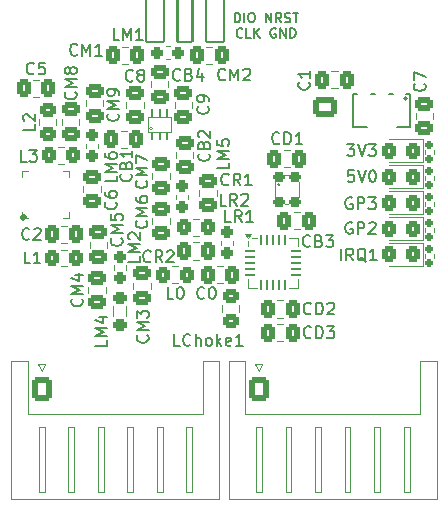
<source format=gto>
%TF.GenerationSoftware,KiCad,Pcbnew,8.0.8*%
%TF.CreationDate,2025-04-18T09:33:10-04:00*%
%TF.ProjectId,high-power-module,68696768-2d70-46f7-9765-722d6d6f6475,rev?*%
%TF.SameCoordinates,Original*%
%TF.FileFunction,Legend,Top*%
%TF.FilePolarity,Positive*%
%FSLAX46Y46*%
G04 Gerber Fmt 4.6, Leading zero omitted, Abs format (unit mm)*
G04 Created by KiCad (PCBNEW 8.0.8) date 2025-04-18 09:33:10*
%MOMM*%
%LPD*%
G01*
G04 APERTURE LIST*
G04 Aperture macros list*
%AMRoundRect*
0 Rectangle with rounded corners*
0 $1 Rounding radius*
0 $2 $3 $4 $5 $6 $7 $8 $9 X,Y pos of 4 corners*
0 Add a 4 corners polygon primitive as box body*
4,1,4,$2,$3,$4,$5,$6,$7,$8,$9,$2,$3,0*
0 Add four circle primitives for the rounded corners*
1,1,$1+$1,$2,$3*
1,1,$1+$1,$4,$5*
1,1,$1+$1,$6,$7*
1,1,$1+$1,$8,$9*
0 Add four rect primitives between the rounded corners*
20,1,$1+$1,$2,$3,$4,$5,0*
20,1,$1+$1,$4,$5,$6,$7,0*
20,1,$1+$1,$6,$7,$8,$9,0*
20,1,$1+$1,$8,$9,$2,$3,0*%
%AMFreePoly0*
4,1,9,1.039800,-1.173200,0.379400,-1.808200,0.379400,-2.300000,-0.179400,-2.300000,-0.179400,-1.782800,-0.839800,-1.173200,-0.839800,1.112800,1.039800,1.112800,1.039800,-1.173200,1.039800,-1.173200,$1*%
G04 Aperture macros list end*
%ADD10C,0.150000*%
%ADD11C,0.120000*%
%ADD12C,0.100000*%
%ADD13C,0.300000*%
%ADD14C,0.152400*%
%ADD15C,0.000000*%
%ADD16RoundRect,0.250000X-0.325000X-0.450000X0.325000X-0.450000X0.325000X0.450000X-0.325000X0.450000X0*%
%ADD17RoundRect,0.250000X-0.475000X0.337500X-0.475000X-0.337500X0.475000X-0.337500X0.475000X0.337500X0*%
%ADD18RoundRect,0.250000X0.325000X0.450000X-0.325000X0.450000X-0.325000X-0.450000X0.325000X-0.450000X0*%
%ADD19RoundRect,0.250000X-0.337500X-0.475000X0.337500X-0.475000X0.337500X0.475000X-0.337500X0.475000X0*%
%ADD20RoundRect,0.237500X0.237500X-0.287500X0.237500X0.287500X-0.237500X0.287500X-0.237500X-0.287500X0*%
%ADD21RoundRect,0.160000X-0.160000X0.197500X-0.160000X-0.197500X0.160000X-0.197500X0.160000X0.197500X0*%
%ADD22RoundRect,0.250000X0.350000X-0.275000X0.350000X0.275000X-0.350000X0.275000X-0.350000X-0.275000X0*%
%ADD23RoundRect,0.237500X-0.237500X0.287500X-0.237500X-0.287500X0.237500X-0.287500X0.237500X0.287500X0*%
%ADD24RoundRect,0.250000X0.475000X-0.337500X0.475000X0.337500X-0.475000X0.337500X-0.475000X-0.337500X0*%
%ADD25RoundRect,0.200000X-0.300000X0.200000X-0.300000X-0.200000X0.300000X-0.200000X0.300000X0.200000X0*%
%ADD26C,3.200000*%
%ADD27RoundRect,0.250000X0.337500X0.475000X-0.337500X0.475000X-0.337500X-0.475000X0.337500X-0.475000X0*%
%ADD28RoundRect,0.062500X0.062500X-0.262500X0.062500X0.262500X-0.062500X0.262500X-0.062500X-0.262500X0*%
%ADD29RoundRect,0.101600X-0.635000X-2.032000X0.635000X-2.032000X0.635000X2.032000X-0.635000X2.032000X0*%
%ADD30RoundRect,0.101600X-0.762000X-2.032000X0.762000X-2.032000X0.762000X2.032000X-0.762000X2.032000X0*%
%ADD31O,0.380000X0.700000*%
%ADD32O,0.700000X0.380000*%
%ADD33C,0.500000*%
%ADD34R,2.700000X2.700000*%
%ADD35R,0.482600X1.422400*%
%ADD36FreePoly0,180.000000*%
%ADD37R,0.558800X1.422400*%
%ADD38RoundRect,0.250000X-0.600000X-0.725000X0.600000X-0.725000X0.600000X0.725000X-0.600000X0.725000X0*%
%ADD39O,1.700000X1.950000*%
%ADD40RoundRect,0.062500X-0.362500X-0.062500X0.362500X-0.062500X0.362500X0.062500X-0.362500X0.062500X0*%
%ADD41RoundRect,0.062500X-0.062500X-0.362500X0.062500X-0.362500X0.062500X0.362500X-0.062500X0.362500X0*%
%ADD42R,2.600000X2.600000*%
%ADD43RoundRect,0.250000X-0.450000X0.325000X-0.450000X-0.325000X0.450000X-0.325000X0.450000X0.325000X0*%
%ADD44RoundRect,0.250000X0.450000X-0.325000X0.450000X0.325000X-0.450000X0.325000X-0.450000X-0.325000X0*%
%ADD45RoundRect,0.237500X-0.287500X-0.237500X0.287500X-0.237500X0.287500X0.237500X-0.287500X0.237500X0*%
%ADD46RoundRect,0.250000X-0.725000X0.600000X-0.725000X-0.600000X0.725000X-0.600000X0.725000X0.600000X0*%
%ADD47O,1.950000X1.700000*%
%ADD48R,1.700000X1.700000*%
%ADD49O,1.700000X1.700000*%
G04 APERTURE END LIST*
D10*
X144871429Y-72756340D02*
X144871429Y-71956340D01*
X144871429Y-71956340D02*
X145061905Y-71956340D01*
X145061905Y-71956340D02*
X145176191Y-71994435D01*
X145176191Y-71994435D02*
X145252381Y-72070625D01*
X145252381Y-72070625D02*
X145290476Y-72146816D01*
X145290476Y-72146816D02*
X145328572Y-72299197D01*
X145328572Y-72299197D02*
X145328572Y-72413483D01*
X145328572Y-72413483D02*
X145290476Y-72565864D01*
X145290476Y-72565864D02*
X145252381Y-72642054D01*
X145252381Y-72642054D02*
X145176191Y-72718245D01*
X145176191Y-72718245D02*
X145061905Y-72756340D01*
X145061905Y-72756340D02*
X144871429Y-72756340D01*
X145671429Y-72756340D02*
X145671429Y-71956340D01*
X146204762Y-71956340D02*
X146357143Y-71956340D01*
X146357143Y-71956340D02*
X146433333Y-71994435D01*
X146433333Y-71994435D02*
X146509524Y-72070625D01*
X146509524Y-72070625D02*
X146547619Y-72223006D01*
X146547619Y-72223006D02*
X146547619Y-72489673D01*
X146547619Y-72489673D02*
X146509524Y-72642054D01*
X146509524Y-72642054D02*
X146433333Y-72718245D01*
X146433333Y-72718245D02*
X146357143Y-72756340D01*
X146357143Y-72756340D02*
X146204762Y-72756340D01*
X146204762Y-72756340D02*
X146128571Y-72718245D01*
X146128571Y-72718245D02*
X146052381Y-72642054D01*
X146052381Y-72642054D02*
X146014285Y-72489673D01*
X146014285Y-72489673D02*
X146014285Y-72223006D01*
X146014285Y-72223006D02*
X146052381Y-72070625D01*
X146052381Y-72070625D02*
X146128571Y-71994435D01*
X146128571Y-71994435D02*
X146204762Y-71956340D01*
X147500000Y-72756340D02*
X147500000Y-71956340D01*
X147500000Y-71956340D02*
X147957143Y-72756340D01*
X147957143Y-72756340D02*
X147957143Y-71956340D01*
X148795238Y-72756340D02*
X148528571Y-72375387D01*
X148338095Y-72756340D02*
X148338095Y-71956340D01*
X148338095Y-71956340D02*
X148642857Y-71956340D01*
X148642857Y-71956340D02*
X148719047Y-71994435D01*
X148719047Y-71994435D02*
X148757142Y-72032530D01*
X148757142Y-72032530D02*
X148795238Y-72108721D01*
X148795238Y-72108721D02*
X148795238Y-72223006D01*
X148795238Y-72223006D02*
X148757142Y-72299197D01*
X148757142Y-72299197D02*
X148719047Y-72337292D01*
X148719047Y-72337292D02*
X148642857Y-72375387D01*
X148642857Y-72375387D02*
X148338095Y-72375387D01*
X149099999Y-72718245D02*
X149214285Y-72756340D01*
X149214285Y-72756340D02*
X149404761Y-72756340D01*
X149404761Y-72756340D02*
X149480952Y-72718245D01*
X149480952Y-72718245D02*
X149519047Y-72680149D01*
X149519047Y-72680149D02*
X149557142Y-72603959D01*
X149557142Y-72603959D02*
X149557142Y-72527768D01*
X149557142Y-72527768D02*
X149519047Y-72451578D01*
X149519047Y-72451578D02*
X149480952Y-72413483D01*
X149480952Y-72413483D02*
X149404761Y-72375387D01*
X149404761Y-72375387D02*
X149252380Y-72337292D01*
X149252380Y-72337292D02*
X149176190Y-72299197D01*
X149176190Y-72299197D02*
X149138095Y-72261102D01*
X149138095Y-72261102D02*
X149099999Y-72184911D01*
X149099999Y-72184911D02*
X149099999Y-72108721D01*
X149099999Y-72108721D02*
X149138095Y-72032530D01*
X149138095Y-72032530D02*
X149176190Y-71994435D01*
X149176190Y-71994435D02*
X149252380Y-71956340D01*
X149252380Y-71956340D02*
X149442857Y-71956340D01*
X149442857Y-71956340D02*
X149557142Y-71994435D01*
X149785714Y-71956340D02*
X150242857Y-71956340D01*
X150014285Y-72756340D02*
X150014285Y-71956340D01*
X145500000Y-73968104D02*
X145461904Y-74006200D01*
X145461904Y-74006200D02*
X145347619Y-74044295D01*
X145347619Y-74044295D02*
X145271428Y-74044295D01*
X145271428Y-74044295D02*
X145157142Y-74006200D01*
X145157142Y-74006200D02*
X145080952Y-73930009D01*
X145080952Y-73930009D02*
X145042857Y-73853819D01*
X145042857Y-73853819D02*
X145004761Y-73701438D01*
X145004761Y-73701438D02*
X145004761Y-73587152D01*
X145004761Y-73587152D02*
X145042857Y-73434771D01*
X145042857Y-73434771D02*
X145080952Y-73358580D01*
X145080952Y-73358580D02*
X145157142Y-73282390D01*
X145157142Y-73282390D02*
X145271428Y-73244295D01*
X145271428Y-73244295D02*
X145347619Y-73244295D01*
X145347619Y-73244295D02*
X145461904Y-73282390D01*
X145461904Y-73282390D02*
X145500000Y-73320485D01*
X146223809Y-74044295D02*
X145842857Y-74044295D01*
X145842857Y-74044295D02*
X145842857Y-73244295D01*
X146490476Y-74044295D02*
X146490476Y-73244295D01*
X146947619Y-74044295D02*
X146604761Y-73587152D01*
X146947619Y-73244295D02*
X146490476Y-73701438D01*
X148319047Y-73282390D02*
X148242857Y-73244295D01*
X148242857Y-73244295D02*
X148128571Y-73244295D01*
X148128571Y-73244295D02*
X148014285Y-73282390D01*
X148014285Y-73282390D02*
X147938095Y-73358580D01*
X147938095Y-73358580D02*
X147900000Y-73434771D01*
X147900000Y-73434771D02*
X147861904Y-73587152D01*
X147861904Y-73587152D02*
X147861904Y-73701438D01*
X147861904Y-73701438D02*
X147900000Y-73853819D01*
X147900000Y-73853819D02*
X147938095Y-73930009D01*
X147938095Y-73930009D02*
X148014285Y-74006200D01*
X148014285Y-74006200D02*
X148128571Y-74044295D01*
X148128571Y-74044295D02*
X148204762Y-74044295D01*
X148204762Y-74044295D02*
X148319047Y-74006200D01*
X148319047Y-74006200D02*
X148357143Y-73968104D01*
X148357143Y-73968104D02*
X148357143Y-73701438D01*
X148357143Y-73701438D02*
X148204762Y-73701438D01*
X148700000Y-74044295D02*
X148700000Y-73244295D01*
X148700000Y-73244295D02*
X149157143Y-74044295D01*
X149157143Y-74044295D02*
X149157143Y-73244295D01*
X149538095Y-74044295D02*
X149538095Y-73244295D01*
X149538095Y-73244295D02*
X149728571Y-73244295D01*
X149728571Y-73244295D02*
X149842857Y-73282390D01*
X149842857Y-73282390D02*
X149919047Y-73358580D01*
X149919047Y-73358580D02*
X149957142Y-73434771D01*
X149957142Y-73434771D02*
X149995238Y-73587152D01*
X149995238Y-73587152D02*
X149995238Y-73701438D01*
X149995238Y-73701438D02*
X149957142Y-73853819D01*
X149957142Y-73853819D02*
X149919047Y-73930009D01*
X149919047Y-73930009D02*
X149842857Y-74006200D01*
X149842857Y-74006200D02*
X149728571Y-74044295D01*
X149728571Y-74044295D02*
X149538095Y-74044295D01*
X127233333Y-84542319D02*
X126757143Y-84542319D01*
X126757143Y-84542319D02*
X126757143Y-83542319D01*
X127471429Y-83542319D02*
X128090476Y-83542319D01*
X128090476Y-83542319D02*
X127757143Y-83923271D01*
X127757143Y-83923271D02*
X127900000Y-83923271D01*
X127900000Y-83923271D02*
X127995238Y-83970890D01*
X127995238Y-83970890D02*
X128042857Y-84018509D01*
X128042857Y-84018509D02*
X128090476Y-84113747D01*
X128090476Y-84113747D02*
X128090476Y-84351842D01*
X128090476Y-84351842D02*
X128042857Y-84447080D01*
X128042857Y-84447080D02*
X127995238Y-84494700D01*
X127995238Y-84494700D02*
X127900000Y-84542319D01*
X127900000Y-84542319D02*
X127614286Y-84542319D01*
X127614286Y-84542319D02*
X127519048Y-84494700D01*
X127519048Y-84494700D02*
X127471429Y-84447080D01*
X137359580Y-89538095D02*
X137407200Y-89585714D01*
X137407200Y-89585714D02*
X137454819Y-89728571D01*
X137454819Y-89728571D02*
X137454819Y-89823809D01*
X137454819Y-89823809D02*
X137407200Y-89966666D01*
X137407200Y-89966666D02*
X137311961Y-90061904D01*
X137311961Y-90061904D02*
X137216723Y-90109523D01*
X137216723Y-90109523D02*
X137026247Y-90157142D01*
X137026247Y-90157142D02*
X136883390Y-90157142D01*
X136883390Y-90157142D02*
X136692914Y-90109523D01*
X136692914Y-90109523D02*
X136597676Y-90061904D01*
X136597676Y-90061904D02*
X136502438Y-89966666D01*
X136502438Y-89966666D02*
X136454819Y-89823809D01*
X136454819Y-89823809D02*
X136454819Y-89728571D01*
X136454819Y-89728571D02*
X136502438Y-89585714D01*
X136502438Y-89585714D02*
X136550057Y-89538095D01*
X137454819Y-89109523D02*
X136454819Y-89109523D01*
X136454819Y-89109523D02*
X137169104Y-88776190D01*
X137169104Y-88776190D02*
X136454819Y-88442857D01*
X136454819Y-88442857D02*
X137454819Y-88442857D01*
X136454819Y-87538095D02*
X136454819Y-87728571D01*
X136454819Y-87728571D02*
X136502438Y-87823809D01*
X136502438Y-87823809D02*
X136550057Y-87871428D01*
X136550057Y-87871428D02*
X136692914Y-87966666D01*
X136692914Y-87966666D02*
X136883390Y-88014285D01*
X136883390Y-88014285D02*
X137264342Y-88014285D01*
X137264342Y-88014285D02*
X137359580Y-87966666D01*
X137359580Y-87966666D02*
X137407200Y-87919047D01*
X137407200Y-87919047D02*
X137454819Y-87823809D01*
X137454819Y-87823809D02*
X137454819Y-87633333D01*
X137454819Y-87633333D02*
X137407200Y-87538095D01*
X137407200Y-87538095D02*
X137359580Y-87490476D01*
X137359580Y-87490476D02*
X137264342Y-87442857D01*
X137264342Y-87442857D02*
X137026247Y-87442857D01*
X137026247Y-87442857D02*
X136931009Y-87490476D01*
X136931009Y-87490476D02*
X136883390Y-87538095D01*
X136883390Y-87538095D02*
X136835771Y-87633333D01*
X136835771Y-87633333D02*
X136835771Y-87823809D01*
X136835771Y-87823809D02*
X136883390Y-87919047D01*
X136883390Y-87919047D02*
X136931009Y-87966666D01*
X136931009Y-87966666D02*
X137026247Y-88014285D01*
X154785714Y-87602438D02*
X154690476Y-87554819D01*
X154690476Y-87554819D02*
X154547619Y-87554819D01*
X154547619Y-87554819D02*
X154404762Y-87602438D01*
X154404762Y-87602438D02*
X154309524Y-87697676D01*
X154309524Y-87697676D02*
X154261905Y-87792914D01*
X154261905Y-87792914D02*
X154214286Y-87983390D01*
X154214286Y-87983390D02*
X154214286Y-88126247D01*
X154214286Y-88126247D02*
X154261905Y-88316723D01*
X154261905Y-88316723D02*
X154309524Y-88411961D01*
X154309524Y-88411961D02*
X154404762Y-88507200D01*
X154404762Y-88507200D02*
X154547619Y-88554819D01*
X154547619Y-88554819D02*
X154642857Y-88554819D01*
X154642857Y-88554819D02*
X154785714Y-88507200D01*
X154785714Y-88507200D02*
X154833333Y-88459580D01*
X154833333Y-88459580D02*
X154833333Y-88126247D01*
X154833333Y-88126247D02*
X154642857Y-88126247D01*
X155261905Y-88554819D02*
X155261905Y-87554819D01*
X155261905Y-87554819D02*
X155642857Y-87554819D01*
X155642857Y-87554819D02*
X155738095Y-87602438D01*
X155738095Y-87602438D02*
X155785714Y-87650057D01*
X155785714Y-87650057D02*
X155833333Y-87745295D01*
X155833333Y-87745295D02*
X155833333Y-87888152D01*
X155833333Y-87888152D02*
X155785714Y-87983390D01*
X155785714Y-87983390D02*
X155738095Y-88031009D01*
X155738095Y-88031009D02*
X155642857Y-88078628D01*
X155642857Y-88078628D02*
X155261905Y-88078628D01*
X156166667Y-87554819D02*
X156785714Y-87554819D01*
X156785714Y-87554819D02*
X156452381Y-87935771D01*
X156452381Y-87935771D02*
X156595238Y-87935771D01*
X156595238Y-87935771D02*
X156690476Y-87983390D01*
X156690476Y-87983390D02*
X156738095Y-88031009D01*
X156738095Y-88031009D02*
X156785714Y-88126247D01*
X156785714Y-88126247D02*
X156785714Y-88364342D01*
X156785714Y-88364342D02*
X156738095Y-88459580D01*
X156738095Y-88459580D02*
X156690476Y-88507200D01*
X156690476Y-88507200D02*
X156595238Y-88554819D01*
X156595238Y-88554819D02*
X156309524Y-88554819D01*
X156309524Y-88554819D02*
X156214286Y-88507200D01*
X156214286Y-88507200D02*
X156166667Y-88459580D01*
X151122080Y-77816666D02*
X151169700Y-77864285D01*
X151169700Y-77864285D02*
X151217319Y-78007142D01*
X151217319Y-78007142D02*
X151217319Y-78102380D01*
X151217319Y-78102380D02*
X151169700Y-78245237D01*
X151169700Y-78245237D02*
X151074461Y-78340475D01*
X151074461Y-78340475D02*
X150979223Y-78388094D01*
X150979223Y-78388094D02*
X150788747Y-78435713D01*
X150788747Y-78435713D02*
X150645890Y-78435713D01*
X150645890Y-78435713D02*
X150455414Y-78388094D01*
X150455414Y-78388094D02*
X150360176Y-78340475D01*
X150360176Y-78340475D02*
X150264938Y-78245237D01*
X150264938Y-78245237D02*
X150217319Y-78102380D01*
X150217319Y-78102380D02*
X150217319Y-78007142D01*
X150217319Y-78007142D02*
X150264938Y-77864285D01*
X150264938Y-77864285D02*
X150312557Y-77816666D01*
X151217319Y-76864285D02*
X151217319Y-77435713D01*
X151217319Y-77149999D02*
X150217319Y-77149999D01*
X150217319Y-77149999D02*
X150360176Y-77245237D01*
X150360176Y-77245237D02*
X150455414Y-77340475D01*
X150455414Y-77340475D02*
X150503033Y-77435713D01*
X131909580Y-96150595D02*
X131957200Y-96198214D01*
X131957200Y-96198214D02*
X132004819Y-96341071D01*
X132004819Y-96341071D02*
X132004819Y-96436309D01*
X132004819Y-96436309D02*
X131957200Y-96579166D01*
X131957200Y-96579166D02*
X131861961Y-96674404D01*
X131861961Y-96674404D02*
X131766723Y-96722023D01*
X131766723Y-96722023D02*
X131576247Y-96769642D01*
X131576247Y-96769642D02*
X131433390Y-96769642D01*
X131433390Y-96769642D02*
X131242914Y-96722023D01*
X131242914Y-96722023D02*
X131147676Y-96674404D01*
X131147676Y-96674404D02*
X131052438Y-96579166D01*
X131052438Y-96579166D02*
X131004819Y-96436309D01*
X131004819Y-96436309D02*
X131004819Y-96341071D01*
X131004819Y-96341071D02*
X131052438Y-96198214D01*
X131052438Y-96198214D02*
X131100057Y-96150595D01*
X132004819Y-95722023D02*
X131004819Y-95722023D01*
X131004819Y-95722023D02*
X131719104Y-95388690D01*
X131719104Y-95388690D02*
X131004819Y-95055357D01*
X131004819Y-95055357D02*
X132004819Y-95055357D01*
X131338152Y-94150595D02*
X132004819Y-94150595D01*
X130957200Y-94388690D02*
X131671485Y-94626785D01*
X131671485Y-94626785D02*
X131671485Y-94007738D01*
X136854819Y-92538095D02*
X136854819Y-93014285D01*
X136854819Y-93014285D02*
X135854819Y-93014285D01*
X136854819Y-92204761D02*
X135854819Y-92204761D01*
X135854819Y-92204761D02*
X136569104Y-91871428D01*
X136569104Y-91871428D02*
X135854819Y-91538095D01*
X135854819Y-91538095D02*
X136854819Y-91538095D01*
X135950057Y-91109523D02*
X135902438Y-91061904D01*
X135902438Y-91061904D02*
X135854819Y-90966666D01*
X135854819Y-90966666D02*
X135854819Y-90728571D01*
X135854819Y-90728571D02*
X135902438Y-90633333D01*
X135902438Y-90633333D02*
X135950057Y-90585714D01*
X135950057Y-90585714D02*
X136045295Y-90538095D01*
X136045295Y-90538095D02*
X136140533Y-90538095D01*
X136140533Y-90538095D02*
X136283390Y-90585714D01*
X136283390Y-90585714D02*
X136854819Y-91157142D01*
X136854819Y-91157142D02*
X136854819Y-90538095D01*
X136233333Y-77659580D02*
X136185714Y-77707200D01*
X136185714Y-77707200D02*
X136042857Y-77754819D01*
X136042857Y-77754819D02*
X135947619Y-77754819D01*
X135947619Y-77754819D02*
X135804762Y-77707200D01*
X135804762Y-77707200D02*
X135709524Y-77611961D01*
X135709524Y-77611961D02*
X135661905Y-77516723D01*
X135661905Y-77516723D02*
X135614286Y-77326247D01*
X135614286Y-77326247D02*
X135614286Y-77183390D01*
X135614286Y-77183390D02*
X135661905Y-76992914D01*
X135661905Y-76992914D02*
X135709524Y-76897676D01*
X135709524Y-76897676D02*
X135804762Y-76802438D01*
X135804762Y-76802438D02*
X135947619Y-76754819D01*
X135947619Y-76754819D02*
X136042857Y-76754819D01*
X136042857Y-76754819D02*
X136185714Y-76802438D01*
X136185714Y-76802438D02*
X136233333Y-76850057D01*
X136804762Y-77183390D02*
X136709524Y-77135771D01*
X136709524Y-77135771D02*
X136661905Y-77088152D01*
X136661905Y-77088152D02*
X136614286Y-76992914D01*
X136614286Y-76992914D02*
X136614286Y-76945295D01*
X136614286Y-76945295D02*
X136661905Y-76850057D01*
X136661905Y-76850057D02*
X136709524Y-76802438D01*
X136709524Y-76802438D02*
X136804762Y-76754819D01*
X136804762Y-76754819D02*
X136995238Y-76754819D01*
X136995238Y-76754819D02*
X137090476Y-76802438D01*
X137090476Y-76802438D02*
X137138095Y-76850057D01*
X137138095Y-76850057D02*
X137185714Y-76945295D01*
X137185714Y-76945295D02*
X137185714Y-76992914D01*
X137185714Y-76992914D02*
X137138095Y-77088152D01*
X137138095Y-77088152D02*
X137090476Y-77135771D01*
X137090476Y-77135771D02*
X136995238Y-77183390D01*
X136995238Y-77183390D02*
X136804762Y-77183390D01*
X136804762Y-77183390D02*
X136709524Y-77231009D01*
X136709524Y-77231009D02*
X136661905Y-77278628D01*
X136661905Y-77278628D02*
X136614286Y-77373866D01*
X136614286Y-77373866D02*
X136614286Y-77564342D01*
X136614286Y-77564342D02*
X136661905Y-77659580D01*
X136661905Y-77659580D02*
X136709524Y-77707200D01*
X136709524Y-77707200D02*
X136804762Y-77754819D01*
X136804762Y-77754819D02*
X136995238Y-77754819D01*
X136995238Y-77754819D02*
X137090476Y-77707200D01*
X137090476Y-77707200D02*
X137138095Y-77659580D01*
X137138095Y-77659580D02*
X137185714Y-77564342D01*
X137185714Y-77564342D02*
X137185714Y-77373866D01*
X137185714Y-77373866D02*
X137138095Y-77278628D01*
X137138095Y-77278628D02*
X137090476Y-77231009D01*
X137090476Y-77231009D02*
X136995238Y-77183390D01*
X154361905Y-83054819D02*
X154980952Y-83054819D01*
X154980952Y-83054819D02*
X154647619Y-83435771D01*
X154647619Y-83435771D02*
X154790476Y-83435771D01*
X154790476Y-83435771D02*
X154885714Y-83483390D01*
X154885714Y-83483390D02*
X154933333Y-83531009D01*
X154933333Y-83531009D02*
X154980952Y-83626247D01*
X154980952Y-83626247D02*
X154980952Y-83864342D01*
X154980952Y-83864342D02*
X154933333Y-83959580D01*
X154933333Y-83959580D02*
X154885714Y-84007200D01*
X154885714Y-84007200D02*
X154790476Y-84054819D01*
X154790476Y-84054819D02*
X154504762Y-84054819D01*
X154504762Y-84054819D02*
X154409524Y-84007200D01*
X154409524Y-84007200D02*
X154361905Y-83959580D01*
X155266667Y-83054819D02*
X155600000Y-84054819D01*
X155600000Y-84054819D02*
X155933333Y-83054819D01*
X156171429Y-83054819D02*
X156790476Y-83054819D01*
X156790476Y-83054819D02*
X156457143Y-83435771D01*
X156457143Y-83435771D02*
X156600000Y-83435771D01*
X156600000Y-83435771D02*
X156695238Y-83483390D01*
X156695238Y-83483390D02*
X156742857Y-83531009D01*
X156742857Y-83531009D02*
X156790476Y-83626247D01*
X156790476Y-83626247D02*
X156790476Y-83864342D01*
X156790476Y-83864342D02*
X156742857Y-83959580D01*
X156742857Y-83959580D02*
X156695238Y-84007200D01*
X156695238Y-84007200D02*
X156600000Y-84054819D01*
X156600000Y-84054819D02*
X156314286Y-84054819D01*
X156314286Y-84054819D02*
X156219048Y-84007200D01*
X156219048Y-84007200D02*
X156171429Y-83959580D01*
X134054819Y-99638095D02*
X134054819Y-100114285D01*
X134054819Y-100114285D02*
X133054819Y-100114285D01*
X134054819Y-99304761D02*
X133054819Y-99304761D01*
X133054819Y-99304761D02*
X133769104Y-98971428D01*
X133769104Y-98971428D02*
X133054819Y-98638095D01*
X133054819Y-98638095D02*
X134054819Y-98638095D01*
X133388152Y-97733333D02*
X134054819Y-97733333D01*
X133007200Y-97971428D02*
X133721485Y-98209523D01*
X133721485Y-98209523D02*
X133721485Y-97590476D01*
X151233333Y-91659580D02*
X151185714Y-91707200D01*
X151185714Y-91707200D02*
X151042857Y-91754819D01*
X151042857Y-91754819D02*
X150947619Y-91754819D01*
X150947619Y-91754819D02*
X150804762Y-91707200D01*
X150804762Y-91707200D02*
X150709524Y-91611961D01*
X150709524Y-91611961D02*
X150661905Y-91516723D01*
X150661905Y-91516723D02*
X150614286Y-91326247D01*
X150614286Y-91326247D02*
X150614286Y-91183390D01*
X150614286Y-91183390D02*
X150661905Y-90992914D01*
X150661905Y-90992914D02*
X150709524Y-90897676D01*
X150709524Y-90897676D02*
X150804762Y-90802438D01*
X150804762Y-90802438D02*
X150947619Y-90754819D01*
X150947619Y-90754819D02*
X151042857Y-90754819D01*
X151042857Y-90754819D02*
X151185714Y-90802438D01*
X151185714Y-90802438D02*
X151233333Y-90850057D01*
X151995238Y-91231009D02*
X152138095Y-91278628D01*
X152138095Y-91278628D02*
X152185714Y-91326247D01*
X152185714Y-91326247D02*
X152233333Y-91421485D01*
X152233333Y-91421485D02*
X152233333Y-91564342D01*
X152233333Y-91564342D02*
X152185714Y-91659580D01*
X152185714Y-91659580D02*
X152138095Y-91707200D01*
X152138095Y-91707200D02*
X152042857Y-91754819D01*
X152042857Y-91754819D02*
X151661905Y-91754819D01*
X151661905Y-91754819D02*
X151661905Y-90754819D01*
X151661905Y-90754819D02*
X151995238Y-90754819D01*
X151995238Y-90754819D02*
X152090476Y-90802438D01*
X152090476Y-90802438D02*
X152138095Y-90850057D01*
X152138095Y-90850057D02*
X152185714Y-90945295D01*
X152185714Y-90945295D02*
X152185714Y-91040533D01*
X152185714Y-91040533D02*
X152138095Y-91135771D01*
X152138095Y-91135771D02*
X152090476Y-91183390D01*
X152090476Y-91183390D02*
X151995238Y-91231009D01*
X151995238Y-91231009D02*
X151661905Y-91231009D01*
X152566667Y-90754819D02*
X153185714Y-90754819D01*
X153185714Y-90754819D02*
X152852381Y-91135771D01*
X152852381Y-91135771D02*
X152995238Y-91135771D01*
X152995238Y-91135771D02*
X153090476Y-91183390D01*
X153090476Y-91183390D02*
X153138095Y-91231009D01*
X153138095Y-91231009D02*
X153185714Y-91326247D01*
X153185714Y-91326247D02*
X153185714Y-91564342D01*
X153185714Y-91564342D02*
X153138095Y-91659580D01*
X153138095Y-91659580D02*
X153090476Y-91707200D01*
X153090476Y-91707200D02*
X152995238Y-91754819D01*
X152995238Y-91754819D02*
X152709524Y-91754819D01*
X152709524Y-91754819D02*
X152614286Y-91707200D01*
X152614286Y-91707200D02*
X152566667Y-91659580D01*
X137459580Y-99238095D02*
X137507200Y-99285714D01*
X137507200Y-99285714D02*
X137554819Y-99428571D01*
X137554819Y-99428571D02*
X137554819Y-99523809D01*
X137554819Y-99523809D02*
X137507200Y-99666666D01*
X137507200Y-99666666D02*
X137411961Y-99761904D01*
X137411961Y-99761904D02*
X137316723Y-99809523D01*
X137316723Y-99809523D02*
X137126247Y-99857142D01*
X137126247Y-99857142D02*
X136983390Y-99857142D01*
X136983390Y-99857142D02*
X136792914Y-99809523D01*
X136792914Y-99809523D02*
X136697676Y-99761904D01*
X136697676Y-99761904D02*
X136602438Y-99666666D01*
X136602438Y-99666666D02*
X136554819Y-99523809D01*
X136554819Y-99523809D02*
X136554819Y-99428571D01*
X136554819Y-99428571D02*
X136602438Y-99285714D01*
X136602438Y-99285714D02*
X136650057Y-99238095D01*
X137554819Y-98809523D02*
X136554819Y-98809523D01*
X136554819Y-98809523D02*
X137269104Y-98476190D01*
X137269104Y-98476190D02*
X136554819Y-98142857D01*
X136554819Y-98142857D02*
X137554819Y-98142857D01*
X136554819Y-97761904D02*
X136554819Y-97142857D01*
X136554819Y-97142857D02*
X136935771Y-97476190D01*
X136935771Y-97476190D02*
X136935771Y-97333333D01*
X136935771Y-97333333D02*
X136983390Y-97238095D01*
X136983390Y-97238095D02*
X137031009Y-97190476D01*
X137031009Y-97190476D02*
X137126247Y-97142857D01*
X137126247Y-97142857D02*
X137364342Y-97142857D01*
X137364342Y-97142857D02*
X137459580Y-97190476D01*
X137459580Y-97190476D02*
X137507200Y-97238095D01*
X137507200Y-97238095D02*
X137554819Y-97333333D01*
X137554819Y-97333333D02*
X137554819Y-97619047D01*
X137554819Y-97619047D02*
X137507200Y-97714285D01*
X137507200Y-97714285D02*
X137459580Y-97761904D01*
X144533333Y-89654819D02*
X144057143Y-89654819D01*
X144057143Y-89654819D02*
X144057143Y-88654819D01*
X145438095Y-89654819D02*
X145104762Y-89178628D01*
X144866667Y-89654819D02*
X144866667Y-88654819D01*
X144866667Y-88654819D02*
X145247619Y-88654819D01*
X145247619Y-88654819D02*
X145342857Y-88702438D01*
X145342857Y-88702438D02*
X145390476Y-88750057D01*
X145390476Y-88750057D02*
X145438095Y-88845295D01*
X145438095Y-88845295D02*
X145438095Y-88988152D01*
X145438095Y-88988152D02*
X145390476Y-89083390D01*
X145390476Y-89083390D02*
X145342857Y-89131009D01*
X145342857Y-89131009D02*
X145247619Y-89178628D01*
X145247619Y-89178628D02*
X144866667Y-89178628D01*
X146390476Y-89654819D02*
X145819048Y-89654819D01*
X146104762Y-89654819D02*
X146104762Y-88654819D01*
X146104762Y-88654819D02*
X146009524Y-88797676D01*
X146009524Y-88797676D02*
X145914286Y-88892914D01*
X145914286Y-88892914D02*
X145819048Y-88940533D01*
X144133333Y-88254819D02*
X143657143Y-88254819D01*
X143657143Y-88254819D02*
X143657143Y-87254819D01*
X145038095Y-88254819D02*
X144704762Y-87778628D01*
X144466667Y-88254819D02*
X144466667Y-87254819D01*
X144466667Y-87254819D02*
X144847619Y-87254819D01*
X144847619Y-87254819D02*
X144942857Y-87302438D01*
X144942857Y-87302438D02*
X144990476Y-87350057D01*
X144990476Y-87350057D02*
X145038095Y-87445295D01*
X145038095Y-87445295D02*
X145038095Y-87588152D01*
X145038095Y-87588152D02*
X144990476Y-87683390D01*
X144990476Y-87683390D02*
X144942857Y-87731009D01*
X144942857Y-87731009D02*
X144847619Y-87778628D01*
X144847619Y-87778628D02*
X144466667Y-87778628D01*
X145419048Y-87350057D02*
X145466667Y-87302438D01*
X145466667Y-87302438D02*
X145561905Y-87254819D01*
X145561905Y-87254819D02*
X145800000Y-87254819D01*
X145800000Y-87254819D02*
X145895238Y-87302438D01*
X145895238Y-87302438D02*
X145942857Y-87350057D01*
X145942857Y-87350057D02*
X145990476Y-87445295D01*
X145990476Y-87445295D02*
X145990476Y-87540533D01*
X145990476Y-87540533D02*
X145942857Y-87683390D01*
X145942857Y-87683390D02*
X145371429Y-88254819D01*
X145371429Y-88254819D02*
X145990476Y-88254819D01*
X135259580Y-91038095D02*
X135307200Y-91085714D01*
X135307200Y-91085714D02*
X135354819Y-91228571D01*
X135354819Y-91228571D02*
X135354819Y-91323809D01*
X135354819Y-91323809D02*
X135307200Y-91466666D01*
X135307200Y-91466666D02*
X135211961Y-91561904D01*
X135211961Y-91561904D02*
X135116723Y-91609523D01*
X135116723Y-91609523D02*
X134926247Y-91657142D01*
X134926247Y-91657142D02*
X134783390Y-91657142D01*
X134783390Y-91657142D02*
X134592914Y-91609523D01*
X134592914Y-91609523D02*
X134497676Y-91561904D01*
X134497676Y-91561904D02*
X134402438Y-91466666D01*
X134402438Y-91466666D02*
X134354819Y-91323809D01*
X134354819Y-91323809D02*
X134354819Y-91228571D01*
X134354819Y-91228571D02*
X134402438Y-91085714D01*
X134402438Y-91085714D02*
X134450057Y-91038095D01*
X135354819Y-90609523D02*
X134354819Y-90609523D01*
X134354819Y-90609523D02*
X135069104Y-90276190D01*
X135069104Y-90276190D02*
X134354819Y-89942857D01*
X134354819Y-89942857D02*
X135354819Y-89942857D01*
X134354819Y-88990476D02*
X134354819Y-89466666D01*
X134354819Y-89466666D02*
X134831009Y-89514285D01*
X134831009Y-89514285D02*
X134783390Y-89466666D01*
X134783390Y-89466666D02*
X134735771Y-89371428D01*
X134735771Y-89371428D02*
X134735771Y-89133333D01*
X134735771Y-89133333D02*
X134783390Y-89038095D01*
X134783390Y-89038095D02*
X134831009Y-88990476D01*
X134831009Y-88990476D02*
X134926247Y-88942857D01*
X134926247Y-88942857D02*
X135164342Y-88942857D01*
X135164342Y-88942857D02*
X135259580Y-88990476D01*
X135259580Y-88990476D02*
X135307200Y-89038095D01*
X135307200Y-89038095D02*
X135354819Y-89133333D01*
X135354819Y-89133333D02*
X135354819Y-89371428D01*
X135354819Y-89371428D02*
X135307200Y-89466666D01*
X135307200Y-89466666D02*
X135259580Y-89514285D01*
X153825000Y-92907319D02*
X153825000Y-91907319D01*
X154872618Y-92907319D02*
X154539285Y-92431128D01*
X154301190Y-92907319D02*
X154301190Y-91907319D01*
X154301190Y-91907319D02*
X154682142Y-91907319D01*
X154682142Y-91907319D02*
X154777380Y-91954938D01*
X154777380Y-91954938D02*
X154824999Y-92002557D01*
X154824999Y-92002557D02*
X154872618Y-92097795D01*
X154872618Y-92097795D02*
X154872618Y-92240652D01*
X154872618Y-92240652D02*
X154824999Y-92335890D01*
X154824999Y-92335890D02*
X154777380Y-92383509D01*
X154777380Y-92383509D02*
X154682142Y-92431128D01*
X154682142Y-92431128D02*
X154301190Y-92431128D01*
X155967856Y-93002557D02*
X155872618Y-92954938D01*
X155872618Y-92954938D02*
X155777380Y-92859700D01*
X155777380Y-92859700D02*
X155634523Y-92716842D01*
X155634523Y-92716842D02*
X155539285Y-92669223D01*
X155539285Y-92669223D02*
X155444047Y-92669223D01*
X155491666Y-92907319D02*
X155396428Y-92859700D01*
X155396428Y-92859700D02*
X155301190Y-92764461D01*
X155301190Y-92764461D02*
X155253571Y-92573985D01*
X155253571Y-92573985D02*
X155253571Y-92240652D01*
X155253571Y-92240652D02*
X155301190Y-92050176D01*
X155301190Y-92050176D02*
X155396428Y-91954938D01*
X155396428Y-91954938D02*
X155491666Y-91907319D01*
X155491666Y-91907319D02*
X155682142Y-91907319D01*
X155682142Y-91907319D02*
X155777380Y-91954938D01*
X155777380Y-91954938D02*
X155872618Y-92050176D01*
X155872618Y-92050176D02*
X155920237Y-92240652D01*
X155920237Y-92240652D02*
X155920237Y-92573985D01*
X155920237Y-92573985D02*
X155872618Y-92764461D01*
X155872618Y-92764461D02*
X155777380Y-92859700D01*
X155777380Y-92859700D02*
X155682142Y-92907319D01*
X155682142Y-92907319D02*
X155491666Y-92907319D01*
X156872618Y-92907319D02*
X156301190Y-92907319D01*
X156586904Y-92907319D02*
X156586904Y-91907319D01*
X156586904Y-91907319D02*
X156491666Y-92050176D01*
X156491666Y-92050176D02*
X156396428Y-92145414D01*
X156396428Y-92145414D02*
X156301190Y-92193033D01*
X137733333Y-92959580D02*
X137685714Y-93007200D01*
X137685714Y-93007200D02*
X137542857Y-93054819D01*
X137542857Y-93054819D02*
X137447619Y-93054819D01*
X137447619Y-93054819D02*
X137304762Y-93007200D01*
X137304762Y-93007200D02*
X137209524Y-92911961D01*
X137209524Y-92911961D02*
X137161905Y-92816723D01*
X137161905Y-92816723D02*
X137114286Y-92626247D01*
X137114286Y-92626247D02*
X137114286Y-92483390D01*
X137114286Y-92483390D02*
X137161905Y-92292914D01*
X137161905Y-92292914D02*
X137209524Y-92197676D01*
X137209524Y-92197676D02*
X137304762Y-92102438D01*
X137304762Y-92102438D02*
X137447619Y-92054819D01*
X137447619Y-92054819D02*
X137542857Y-92054819D01*
X137542857Y-92054819D02*
X137685714Y-92102438D01*
X137685714Y-92102438D02*
X137733333Y-92150057D01*
X138733333Y-93054819D02*
X138400000Y-92578628D01*
X138161905Y-93054819D02*
X138161905Y-92054819D01*
X138161905Y-92054819D02*
X138542857Y-92054819D01*
X138542857Y-92054819D02*
X138638095Y-92102438D01*
X138638095Y-92102438D02*
X138685714Y-92150057D01*
X138685714Y-92150057D02*
X138733333Y-92245295D01*
X138733333Y-92245295D02*
X138733333Y-92388152D01*
X138733333Y-92388152D02*
X138685714Y-92483390D01*
X138685714Y-92483390D02*
X138638095Y-92531009D01*
X138638095Y-92531009D02*
X138542857Y-92578628D01*
X138542857Y-92578628D02*
X138161905Y-92578628D01*
X139114286Y-92150057D02*
X139161905Y-92102438D01*
X139161905Y-92102438D02*
X139257143Y-92054819D01*
X139257143Y-92054819D02*
X139495238Y-92054819D01*
X139495238Y-92054819D02*
X139590476Y-92102438D01*
X139590476Y-92102438D02*
X139638095Y-92150057D01*
X139638095Y-92150057D02*
X139685714Y-92245295D01*
X139685714Y-92245295D02*
X139685714Y-92340533D01*
X139685714Y-92340533D02*
X139638095Y-92483390D01*
X139638095Y-92483390D02*
X139066667Y-93054819D01*
X139066667Y-93054819D02*
X139685714Y-93054819D01*
X154785714Y-89702438D02*
X154690476Y-89654819D01*
X154690476Y-89654819D02*
X154547619Y-89654819D01*
X154547619Y-89654819D02*
X154404762Y-89702438D01*
X154404762Y-89702438D02*
X154309524Y-89797676D01*
X154309524Y-89797676D02*
X154261905Y-89892914D01*
X154261905Y-89892914D02*
X154214286Y-90083390D01*
X154214286Y-90083390D02*
X154214286Y-90226247D01*
X154214286Y-90226247D02*
X154261905Y-90416723D01*
X154261905Y-90416723D02*
X154309524Y-90511961D01*
X154309524Y-90511961D02*
X154404762Y-90607200D01*
X154404762Y-90607200D02*
X154547619Y-90654819D01*
X154547619Y-90654819D02*
X154642857Y-90654819D01*
X154642857Y-90654819D02*
X154785714Y-90607200D01*
X154785714Y-90607200D02*
X154833333Y-90559580D01*
X154833333Y-90559580D02*
X154833333Y-90226247D01*
X154833333Y-90226247D02*
X154642857Y-90226247D01*
X155261905Y-90654819D02*
X155261905Y-89654819D01*
X155261905Y-89654819D02*
X155642857Y-89654819D01*
X155642857Y-89654819D02*
X155738095Y-89702438D01*
X155738095Y-89702438D02*
X155785714Y-89750057D01*
X155785714Y-89750057D02*
X155833333Y-89845295D01*
X155833333Y-89845295D02*
X155833333Y-89988152D01*
X155833333Y-89988152D02*
X155785714Y-90083390D01*
X155785714Y-90083390D02*
X155738095Y-90131009D01*
X155738095Y-90131009D02*
X155642857Y-90178628D01*
X155642857Y-90178628D02*
X155261905Y-90178628D01*
X156214286Y-89750057D02*
X156261905Y-89702438D01*
X156261905Y-89702438D02*
X156357143Y-89654819D01*
X156357143Y-89654819D02*
X156595238Y-89654819D01*
X156595238Y-89654819D02*
X156690476Y-89702438D01*
X156690476Y-89702438D02*
X156738095Y-89750057D01*
X156738095Y-89750057D02*
X156785714Y-89845295D01*
X156785714Y-89845295D02*
X156785714Y-89940533D01*
X156785714Y-89940533D02*
X156738095Y-90083390D01*
X156738095Y-90083390D02*
X156166667Y-90654819D01*
X156166667Y-90654819D02*
X156785714Y-90654819D01*
X131521904Y-75459580D02*
X131474285Y-75507200D01*
X131474285Y-75507200D02*
X131331428Y-75554819D01*
X131331428Y-75554819D02*
X131236190Y-75554819D01*
X131236190Y-75554819D02*
X131093333Y-75507200D01*
X131093333Y-75507200D02*
X130998095Y-75411961D01*
X130998095Y-75411961D02*
X130950476Y-75316723D01*
X130950476Y-75316723D02*
X130902857Y-75126247D01*
X130902857Y-75126247D02*
X130902857Y-74983390D01*
X130902857Y-74983390D02*
X130950476Y-74792914D01*
X130950476Y-74792914D02*
X130998095Y-74697676D01*
X130998095Y-74697676D02*
X131093333Y-74602438D01*
X131093333Y-74602438D02*
X131236190Y-74554819D01*
X131236190Y-74554819D02*
X131331428Y-74554819D01*
X131331428Y-74554819D02*
X131474285Y-74602438D01*
X131474285Y-74602438D02*
X131521904Y-74650057D01*
X131950476Y-75554819D02*
X131950476Y-74554819D01*
X131950476Y-74554819D02*
X132283809Y-75269104D01*
X132283809Y-75269104D02*
X132617142Y-74554819D01*
X132617142Y-74554819D02*
X132617142Y-75554819D01*
X133617142Y-75554819D02*
X133045714Y-75554819D01*
X133331428Y-75554819D02*
X133331428Y-74554819D01*
X133331428Y-74554819D02*
X133236190Y-74697676D01*
X133236190Y-74697676D02*
X133140952Y-74792914D01*
X133140952Y-74792914D02*
X133045714Y-74840533D01*
X148620833Y-82959580D02*
X148573214Y-83007200D01*
X148573214Y-83007200D02*
X148430357Y-83054819D01*
X148430357Y-83054819D02*
X148335119Y-83054819D01*
X148335119Y-83054819D02*
X148192262Y-83007200D01*
X148192262Y-83007200D02*
X148097024Y-82911961D01*
X148097024Y-82911961D02*
X148049405Y-82816723D01*
X148049405Y-82816723D02*
X148001786Y-82626247D01*
X148001786Y-82626247D02*
X148001786Y-82483390D01*
X148001786Y-82483390D02*
X148049405Y-82292914D01*
X148049405Y-82292914D02*
X148097024Y-82197676D01*
X148097024Y-82197676D02*
X148192262Y-82102438D01*
X148192262Y-82102438D02*
X148335119Y-82054819D01*
X148335119Y-82054819D02*
X148430357Y-82054819D01*
X148430357Y-82054819D02*
X148573214Y-82102438D01*
X148573214Y-82102438D02*
X148620833Y-82150057D01*
X149049405Y-83054819D02*
X149049405Y-82054819D01*
X149049405Y-82054819D02*
X149287500Y-82054819D01*
X149287500Y-82054819D02*
X149430357Y-82102438D01*
X149430357Y-82102438D02*
X149525595Y-82197676D01*
X149525595Y-82197676D02*
X149573214Y-82292914D01*
X149573214Y-82292914D02*
X149620833Y-82483390D01*
X149620833Y-82483390D02*
X149620833Y-82626247D01*
X149620833Y-82626247D02*
X149573214Y-82816723D01*
X149573214Y-82816723D02*
X149525595Y-82911961D01*
X149525595Y-82911961D02*
X149430357Y-83007200D01*
X149430357Y-83007200D02*
X149287500Y-83054819D01*
X149287500Y-83054819D02*
X149049405Y-83054819D01*
X150573214Y-83054819D02*
X150001786Y-83054819D01*
X150287500Y-83054819D02*
X150287500Y-82054819D01*
X150287500Y-82054819D02*
X150192262Y-82197676D01*
X150192262Y-82197676D02*
X150097024Y-82292914D01*
X150097024Y-82292914D02*
X150001786Y-82340533D01*
X142559580Y-79866666D02*
X142607200Y-79914285D01*
X142607200Y-79914285D02*
X142654819Y-80057142D01*
X142654819Y-80057142D02*
X142654819Y-80152380D01*
X142654819Y-80152380D02*
X142607200Y-80295237D01*
X142607200Y-80295237D02*
X142511961Y-80390475D01*
X142511961Y-80390475D02*
X142416723Y-80438094D01*
X142416723Y-80438094D02*
X142226247Y-80485713D01*
X142226247Y-80485713D02*
X142083390Y-80485713D01*
X142083390Y-80485713D02*
X141892914Y-80438094D01*
X141892914Y-80438094D02*
X141797676Y-80390475D01*
X141797676Y-80390475D02*
X141702438Y-80295237D01*
X141702438Y-80295237D02*
X141654819Y-80152380D01*
X141654819Y-80152380D02*
X141654819Y-80057142D01*
X141654819Y-80057142D02*
X141702438Y-79914285D01*
X141702438Y-79914285D02*
X141750057Y-79866666D01*
X142654819Y-79390475D02*
X142654819Y-79199999D01*
X142654819Y-79199999D02*
X142607200Y-79104761D01*
X142607200Y-79104761D02*
X142559580Y-79057142D01*
X142559580Y-79057142D02*
X142416723Y-78961904D01*
X142416723Y-78961904D02*
X142226247Y-78914285D01*
X142226247Y-78914285D02*
X141845295Y-78914285D01*
X141845295Y-78914285D02*
X141750057Y-78961904D01*
X141750057Y-78961904D02*
X141702438Y-79009523D01*
X141702438Y-79009523D02*
X141654819Y-79104761D01*
X141654819Y-79104761D02*
X141654819Y-79295237D01*
X141654819Y-79295237D02*
X141702438Y-79390475D01*
X141702438Y-79390475D02*
X141750057Y-79438094D01*
X141750057Y-79438094D02*
X141845295Y-79485713D01*
X141845295Y-79485713D02*
X142083390Y-79485713D01*
X142083390Y-79485713D02*
X142178628Y-79438094D01*
X142178628Y-79438094D02*
X142226247Y-79390475D01*
X142226247Y-79390475D02*
X142273866Y-79295237D01*
X142273866Y-79295237D02*
X142273866Y-79104761D01*
X142273866Y-79104761D02*
X142226247Y-79009523D01*
X142226247Y-79009523D02*
X142178628Y-78961904D01*
X142178628Y-78961904D02*
X142083390Y-78914285D01*
X137359580Y-86138095D02*
X137407200Y-86185714D01*
X137407200Y-86185714D02*
X137454819Y-86328571D01*
X137454819Y-86328571D02*
X137454819Y-86423809D01*
X137454819Y-86423809D02*
X137407200Y-86566666D01*
X137407200Y-86566666D02*
X137311961Y-86661904D01*
X137311961Y-86661904D02*
X137216723Y-86709523D01*
X137216723Y-86709523D02*
X137026247Y-86757142D01*
X137026247Y-86757142D02*
X136883390Y-86757142D01*
X136883390Y-86757142D02*
X136692914Y-86709523D01*
X136692914Y-86709523D02*
X136597676Y-86661904D01*
X136597676Y-86661904D02*
X136502438Y-86566666D01*
X136502438Y-86566666D02*
X136454819Y-86423809D01*
X136454819Y-86423809D02*
X136454819Y-86328571D01*
X136454819Y-86328571D02*
X136502438Y-86185714D01*
X136502438Y-86185714D02*
X136550057Y-86138095D01*
X137454819Y-85709523D02*
X136454819Y-85709523D01*
X136454819Y-85709523D02*
X137169104Y-85376190D01*
X137169104Y-85376190D02*
X136454819Y-85042857D01*
X136454819Y-85042857D02*
X137454819Y-85042857D01*
X136454819Y-84661904D02*
X136454819Y-83995238D01*
X136454819Y-83995238D02*
X137454819Y-84423809D01*
X139658333Y-96154819D02*
X139182143Y-96154819D01*
X139182143Y-96154819D02*
X139182143Y-95154819D01*
X140182143Y-95154819D02*
X140277381Y-95154819D01*
X140277381Y-95154819D02*
X140372619Y-95202438D01*
X140372619Y-95202438D02*
X140420238Y-95250057D01*
X140420238Y-95250057D02*
X140467857Y-95345295D01*
X140467857Y-95345295D02*
X140515476Y-95535771D01*
X140515476Y-95535771D02*
X140515476Y-95773866D01*
X140515476Y-95773866D02*
X140467857Y-95964342D01*
X140467857Y-95964342D02*
X140420238Y-96059580D01*
X140420238Y-96059580D02*
X140372619Y-96107200D01*
X140372619Y-96107200D02*
X140277381Y-96154819D01*
X140277381Y-96154819D02*
X140182143Y-96154819D01*
X140182143Y-96154819D02*
X140086905Y-96107200D01*
X140086905Y-96107200D02*
X140039286Y-96059580D01*
X140039286Y-96059580D02*
X139991667Y-95964342D01*
X139991667Y-95964342D02*
X139944048Y-95773866D01*
X139944048Y-95773866D02*
X139944048Y-95535771D01*
X139944048Y-95535771D02*
X139991667Y-95345295D01*
X139991667Y-95345295D02*
X140039286Y-95250057D01*
X140039286Y-95250057D02*
X140086905Y-95202438D01*
X140086905Y-95202438D02*
X140182143Y-95154819D01*
X127470833Y-91059580D02*
X127423214Y-91107200D01*
X127423214Y-91107200D02*
X127280357Y-91154819D01*
X127280357Y-91154819D02*
X127185119Y-91154819D01*
X127185119Y-91154819D02*
X127042262Y-91107200D01*
X127042262Y-91107200D02*
X126947024Y-91011961D01*
X126947024Y-91011961D02*
X126899405Y-90916723D01*
X126899405Y-90916723D02*
X126851786Y-90726247D01*
X126851786Y-90726247D02*
X126851786Y-90583390D01*
X126851786Y-90583390D02*
X126899405Y-90392914D01*
X126899405Y-90392914D02*
X126947024Y-90297676D01*
X126947024Y-90297676D02*
X127042262Y-90202438D01*
X127042262Y-90202438D02*
X127185119Y-90154819D01*
X127185119Y-90154819D02*
X127280357Y-90154819D01*
X127280357Y-90154819D02*
X127423214Y-90202438D01*
X127423214Y-90202438D02*
X127470833Y-90250057D01*
X127851786Y-90250057D02*
X127899405Y-90202438D01*
X127899405Y-90202438D02*
X127994643Y-90154819D01*
X127994643Y-90154819D02*
X128232738Y-90154819D01*
X128232738Y-90154819D02*
X128327976Y-90202438D01*
X128327976Y-90202438D02*
X128375595Y-90250057D01*
X128375595Y-90250057D02*
X128423214Y-90345295D01*
X128423214Y-90345295D02*
X128423214Y-90440533D01*
X128423214Y-90440533D02*
X128375595Y-90583390D01*
X128375595Y-90583390D02*
X127804167Y-91154819D01*
X127804167Y-91154819D02*
X128423214Y-91154819D01*
X144061904Y-77559580D02*
X144014285Y-77607200D01*
X144014285Y-77607200D02*
X143871428Y-77654819D01*
X143871428Y-77654819D02*
X143776190Y-77654819D01*
X143776190Y-77654819D02*
X143633333Y-77607200D01*
X143633333Y-77607200D02*
X143538095Y-77511961D01*
X143538095Y-77511961D02*
X143490476Y-77416723D01*
X143490476Y-77416723D02*
X143442857Y-77226247D01*
X143442857Y-77226247D02*
X143442857Y-77083390D01*
X143442857Y-77083390D02*
X143490476Y-76892914D01*
X143490476Y-76892914D02*
X143538095Y-76797676D01*
X143538095Y-76797676D02*
X143633333Y-76702438D01*
X143633333Y-76702438D02*
X143776190Y-76654819D01*
X143776190Y-76654819D02*
X143871428Y-76654819D01*
X143871428Y-76654819D02*
X144014285Y-76702438D01*
X144014285Y-76702438D02*
X144061904Y-76750057D01*
X144490476Y-77654819D02*
X144490476Y-76654819D01*
X144490476Y-76654819D02*
X144823809Y-77369104D01*
X144823809Y-77369104D02*
X145157142Y-76654819D01*
X145157142Y-76654819D02*
X145157142Y-77654819D01*
X145585714Y-76750057D02*
X145633333Y-76702438D01*
X145633333Y-76702438D02*
X145728571Y-76654819D01*
X145728571Y-76654819D02*
X145966666Y-76654819D01*
X145966666Y-76654819D02*
X146061904Y-76702438D01*
X146061904Y-76702438D02*
X146109523Y-76750057D01*
X146109523Y-76750057D02*
X146157142Y-76845295D01*
X146157142Y-76845295D02*
X146157142Y-76940533D01*
X146157142Y-76940533D02*
X146109523Y-77083390D01*
X146109523Y-77083390D02*
X145538095Y-77654819D01*
X145538095Y-77654819D02*
X146157142Y-77654819D01*
X140233333Y-77584580D02*
X140185714Y-77632200D01*
X140185714Y-77632200D02*
X140042857Y-77679819D01*
X140042857Y-77679819D02*
X139947619Y-77679819D01*
X139947619Y-77679819D02*
X139804762Y-77632200D01*
X139804762Y-77632200D02*
X139709524Y-77536961D01*
X139709524Y-77536961D02*
X139661905Y-77441723D01*
X139661905Y-77441723D02*
X139614286Y-77251247D01*
X139614286Y-77251247D02*
X139614286Y-77108390D01*
X139614286Y-77108390D02*
X139661905Y-76917914D01*
X139661905Y-76917914D02*
X139709524Y-76822676D01*
X139709524Y-76822676D02*
X139804762Y-76727438D01*
X139804762Y-76727438D02*
X139947619Y-76679819D01*
X139947619Y-76679819D02*
X140042857Y-76679819D01*
X140042857Y-76679819D02*
X140185714Y-76727438D01*
X140185714Y-76727438D02*
X140233333Y-76775057D01*
X140995238Y-77156009D02*
X141138095Y-77203628D01*
X141138095Y-77203628D02*
X141185714Y-77251247D01*
X141185714Y-77251247D02*
X141233333Y-77346485D01*
X141233333Y-77346485D02*
X141233333Y-77489342D01*
X141233333Y-77489342D02*
X141185714Y-77584580D01*
X141185714Y-77584580D02*
X141138095Y-77632200D01*
X141138095Y-77632200D02*
X141042857Y-77679819D01*
X141042857Y-77679819D02*
X140661905Y-77679819D01*
X140661905Y-77679819D02*
X140661905Y-76679819D01*
X140661905Y-76679819D02*
X140995238Y-76679819D01*
X140995238Y-76679819D02*
X141090476Y-76727438D01*
X141090476Y-76727438D02*
X141138095Y-76775057D01*
X141138095Y-76775057D02*
X141185714Y-76870295D01*
X141185714Y-76870295D02*
X141185714Y-76965533D01*
X141185714Y-76965533D02*
X141138095Y-77060771D01*
X141138095Y-77060771D02*
X141090476Y-77108390D01*
X141090476Y-77108390D02*
X140995238Y-77156009D01*
X140995238Y-77156009D02*
X140661905Y-77156009D01*
X142090476Y-77013152D02*
X142090476Y-77679819D01*
X141852381Y-76632200D02*
X141614286Y-77346485D01*
X141614286Y-77346485D02*
X142233333Y-77346485D01*
X151308333Y-99384580D02*
X151260714Y-99432200D01*
X151260714Y-99432200D02*
X151117857Y-99479819D01*
X151117857Y-99479819D02*
X151022619Y-99479819D01*
X151022619Y-99479819D02*
X150879762Y-99432200D01*
X150879762Y-99432200D02*
X150784524Y-99336961D01*
X150784524Y-99336961D02*
X150736905Y-99241723D01*
X150736905Y-99241723D02*
X150689286Y-99051247D01*
X150689286Y-99051247D02*
X150689286Y-98908390D01*
X150689286Y-98908390D02*
X150736905Y-98717914D01*
X150736905Y-98717914D02*
X150784524Y-98622676D01*
X150784524Y-98622676D02*
X150879762Y-98527438D01*
X150879762Y-98527438D02*
X151022619Y-98479819D01*
X151022619Y-98479819D02*
X151117857Y-98479819D01*
X151117857Y-98479819D02*
X151260714Y-98527438D01*
X151260714Y-98527438D02*
X151308333Y-98575057D01*
X151736905Y-99479819D02*
X151736905Y-98479819D01*
X151736905Y-98479819D02*
X151975000Y-98479819D01*
X151975000Y-98479819D02*
X152117857Y-98527438D01*
X152117857Y-98527438D02*
X152213095Y-98622676D01*
X152213095Y-98622676D02*
X152260714Y-98717914D01*
X152260714Y-98717914D02*
X152308333Y-98908390D01*
X152308333Y-98908390D02*
X152308333Y-99051247D01*
X152308333Y-99051247D02*
X152260714Y-99241723D01*
X152260714Y-99241723D02*
X152213095Y-99336961D01*
X152213095Y-99336961D02*
X152117857Y-99432200D01*
X152117857Y-99432200D02*
X151975000Y-99479819D01*
X151975000Y-99479819D02*
X151736905Y-99479819D01*
X152641667Y-98479819D02*
X153260714Y-98479819D01*
X153260714Y-98479819D02*
X152927381Y-98860771D01*
X152927381Y-98860771D02*
X153070238Y-98860771D01*
X153070238Y-98860771D02*
X153165476Y-98908390D01*
X153165476Y-98908390D02*
X153213095Y-98956009D01*
X153213095Y-98956009D02*
X153260714Y-99051247D01*
X153260714Y-99051247D02*
X153260714Y-99289342D01*
X153260714Y-99289342D02*
X153213095Y-99384580D01*
X153213095Y-99384580D02*
X153165476Y-99432200D01*
X153165476Y-99432200D02*
X153070238Y-99479819D01*
X153070238Y-99479819D02*
X152784524Y-99479819D01*
X152784524Y-99479819D02*
X152689286Y-99432200D01*
X152689286Y-99432200D02*
X152641667Y-99384580D01*
X127858333Y-77059580D02*
X127810714Y-77107200D01*
X127810714Y-77107200D02*
X127667857Y-77154819D01*
X127667857Y-77154819D02*
X127572619Y-77154819D01*
X127572619Y-77154819D02*
X127429762Y-77107200D01*
X127429762Y-77107200D02*
X127334524Y-77011961D01*
X127334524Y-77011961D02*
X127286905Y-76916723D01*
X127286905Y-76916723D02*
X127239286Y-76726247D01*
X127239286Y-76726247D02*
X127239286Y-76583390D01*
X127239286Y-76583390D02*
X127286905Y-76392914D01*
X127286905Y-76392914D02*
X127334524Y-76297676D01*
X127334524Y-76297676D02*
X127429762Y-76202438D01*
X127429762Y-76202438D02*
X127572619Y-76154819D01*
X127572619Y-76154819D02*
X127667857Y-76154819D01*
X127667857Y-76154819D02*
X127810714Y-76202438D01*
X127810714Y-76202438D02*
X127858333Y-76250057D01*
X128763095Y-76154819D02*
X128286905Y-76154819D01*
X128286905Y-76154819D02*
X128239286Y-76631009D01*
X128239286Y-76631009D02*
X128286905Y-76583390D01*
X128286905Y-76583390D02*
X128382143Y-76535771D01*
X128382143Y-76535771D02*
X128620238Y-76535771D01*
X128620238Y-76535771D02*
X128715476Y-76583390D01*
X128715476Y-76583390D02*
X128763095Y-76631009D01*
X128763095Y-76631009D02*
X128810714Y-76726247D01*
X128810714Y-76726247D02*
X128810714Y-76964342D01*
X128810714Y-76964342D02*
X128763095Y-77059580D01*
X128763095Y-77059580D02*
X128715476Y-77107200D01*
X128715476Y-77107200D02*
X128620238Y-77154819D01*
X128620238Y-77154819D02*
X128382143Y-77154819D01*
X128382143Y-77154819D02*
X128286905Y-77107200D01*
X128286905Y-77107200D02*
X128239286Y-77059580D01*
X151308333Y-97384580D02*
X151260714Y-97432200D01*
X151260714Y-97432200D02*
X151117857Y-97479819D01*
X151117857Y-97479819D02*
X151022619Y-97479819D01*
X151022619Y-97479819D02*
X150879762Y-97432200D01*
X150879762Y-97432200D02*
X150784524Y-97336961D01*
X150784524Y-97336961D02*
X150736905Y-97241723D01*
X150736905Y-97241723D02*
X150689286Y-97051247D01*
X150689286Y-97051247D02*
X150689286Y-96908390D01*
X150689286Y-96908390D02*
X150736905Y-96717914D01*
X150736905Y-96717914D02*
X150784524Y-96622676D01*
X150784524Y-96622676D02*
X150879762Y-96527438D01*
X150879762Y-96527438D02*
X151022619Y-96479819D01*
X151022619Y-96479819D02*
X151117857Y-96479819D01*
X151117857Y-96479819D02*
X151260714Y-96527438D01*
X151260714Y-96527438D02*
X151308333Y-96575057D01*
X151736905Y-97479819D02*
X151736905Y-96479819D01*
X151736905Y-96479819D02*
X151975000Y-96479819D01*
X151975000Y-96479819D02*
X152117857Y-96527438D01*
X152117857Y-96527438D02*
X152213095Y-96622676D01*
X152213095Y-96622676D02*
X152260714Y-96717914D01*
X152260714Y-96717914D02*
X152308333Y-96908390D01*
X152308333Y-96908390D02*
X152308333Y-97051247D01*
X152308333Y-97051247D02*
X152260714Y-97241723D01*
X152260714Y-97241723D02*
X152213095Y-97336961D01*
X152213095Y-97336961D02*
X152117857Y-97432200D01*
X152117857Y-97432200D02*
X151975000Y-97479819D01*
X151975000Y-97479819D02*
X151736905Y-97479819D01*
X152689286Y-96575057D02*
X152736905Y-96527438D01*
X152736905Y-96527438D02*
X152832143Y-96479819D01*
X152832143Y-96479819D02*
X153070238Y-96479819D01*
X153070238Y-96479819D02*
X153165476Y-96527438D01*
X153165476Y-96527438D02*
X153213095Y-96575057D01*
X153213095Y-96575057D02*
X153260714Y-96670295D01*
X153260714Y-96670295D02*
X153260714Y-96765533D01*
X153260714Y-96765533D02*
X153213095Y-96908390D01*
X153213095Y-96908390D02*
X152641667Y-97479819D01*
X152641667Y-97479819D02*
X153260714Y-97479819D01*
X154933333Y-85254819D02*
X154457143Y-85254819D01*
X154457143Y-85254819D02*
X154409524Y-85731009D01*
X154409524Y-85731009D02*
X154457143Y-85683390D01*
X154457143Y-85683390D02*
X154552381Y-85635771D01*
X154552381Y-85635771D02*
X154790476Y-85635771D01*
X154790476Y-85635771D02*
X154885714Y-85683390D01*
X154885714Y-85683390D02*
X154933333Y-85731009D01*
X154933333Y-85731009D02*
X154980952Y-85826247D01*
X154980952Y-85826247D02*
X154980952Y-86064342D01*
X154980952Y-86064342D02*
X154933333Y-86159580D01*
X154933333Y-86159580D02*
X154885714Y-86207200D01*
X154885714Y-86207200D02*
X154790476Y-86254819D01*
X154790476Y-86254819D02*
X154552381Y-86254819D01*
X154552381Y-86254819D02*
X154457143Y-86207200D01*
X154457143Y-86207200D02*
X154409524Y-86159580D01*
X155266667Y-85254819D02*
X155600000Y-86254819D01*
X155600000Y-86254819D02*
X155933333Y-85254819D01*
X156457143Y-85254819D02*
X156552381Y-85254819D01*
X156552381Y-85254819D02*
X156647619Y-85302438D01*
X156647619Y-85302438D02*
X156695238Y-85350057D01*
X156695238Y-85350057D02*
X156742857Y-85445295D01*
X156742857Y-85445295D02*
X156790476Y-85635771D01*
X156790476Y-85635771D02*
X156790476Y-85873866D01*
X156790476Y-85873866D02*
X156742857Y-86064342D01*
X156742857Y-86064342D02*
X156695238Y-86159580D01*
X156695238Y-86159580D02*
X156647619Y-86207200D01*
X156647619Y-86207200D02*
X156552381Y-86254819D01*
X156552381Y-86254819D02*
X156457143Y-86254819D01*
X156457143Y-86254819D02*
X156361905Y-86207200D01*
X156361905Y-86207200D02*
X156314286Y-86159580D01*
X156314286Y-86159580D02*
X156266667Y-86064342D01*
X156266667Y-86064342D02*
X156219048Y-85873866D01*
X156219048Y-85873866D02*
X156219048Y-85635771D01*
X156219048Y-85635771D02*
X156266667Y-85445295D01*
X156266667Y-85445295D02*
X156314286Y-85350057D01*
X156314286Y-85350057D02*
X156361905Y-85302438D01*
X156361905Y-85302438D02*
X156457143Y-85254819D01*
X144333333Y-86459580D02*
X144285714Y-86507200D01*
X144285714Y-86507200D02*
X144142857Y-86554819D01*
X144142857Y-86554819D02*
X144047619Y-86554819D01*
X144047619Y-86554819D02*
X143904762Y-86507200D01*
X143904762Y-86507200D02*
X143809524Y-86411961D01*
X143809524Y-86411961D02*
X143761905Y-86316723D01*
X143761905Y-86316723D02*
X143714286Y-86126247D01*
X143714286Y-86126247D02*
X143714286Y-85983390D01*
X143714286Y-85983390D02*
X143761905Y-85792914D01*
X143761905Y-85792914D02*
X143809524Y-85697676D01*
X143809524Y-85697676D02*
X143904762Y-85602438D01*
X143904762Y-85602438D02*
X144047619Y-85554819D01*
X144047619Y-85554819D02*
X144142857Y-85554819D01*
X144142857Y-85554819D02*
X144285714Y-85602438D01*
X144285714Y-85602438D02*
X144333333Y-85650057D01*
X145333333Y-86554819D02*
X145000000Y-86078628D01*
X144761905Y-86554819D02*
X144761905Y-85554819D01*
X144761905Y-85554819D02*
X145142857Y-85554819D01*
X145142857Y-85554819D02*
X145238095Y-85602438D01*
X145238095Y-85602438D02*
X145285714Y-85650057D01*
X145285714Y-85650057D02*
X145333333Y-85745295D01*
X145333333Y-85745295D02*
X145333333Y-85888152D01*
X145333333Y-85888152D02*
X145285714Y-85983390D01*
X145285714Y-85983390D02*
X145238095Y-86031009D01*
X145238095Y-86031009D02*
X145142857Y-86078628D01*
X145142857Y-86078628D02*
X144761905Y-86078628D01*
X146285714Y-86554819D02*
X145714286Y-86554819D01*
X146000000Y-86554819D02*
X146000000Y-85554819D01*
X146000000Y-85554819D02*
X145904762Y-85697676D01*
X145904762Y-85697676D02*
X145809524Y-85792914D01*
X145809524Y-85792914D02*
X145714286Y-85840533D01*
X134759580Y-87966666D02*
X134807200Y-88014285D01*
X134807200Y-88014285D02*
X134854819Y-88157142D01*
X134854819Y-88157142D02*
X134854819Y-88252380D01*
X134854819Y-88252380D02*
X134807200Y-88395237D01*
X134807200Y-88395237D02*
X134711961Y-88490475D01*
X134711961Y-88490475D02*
X134616723Y-88538094D01*
X134616723Y-88538094D02*
X134426247Y-88585713D01*
X134426247Y-88585713D02*
X134283390Y-88585713D01*
X134283390Y-88585713D02*
X134092914Y-88538094D01*
X134092914Y-88538094D02*
X133997676Y-88490475D01*
X133997676Y-88490475D02*
X133902438Y-88395237D01*
X133902438Y-88395237D02*
X133854819Y-88252380D01*
X133854819Y-88252380D02*
X133854819Y-88157142D01*
X133854819Y-88157142D02*
X133902438Y-88014285D01*
X133902438Y-88014285D02*
X133950057Y-87966666D01*
X133854819Y-87109523D02*
X133854819Y-87299999D01*
X133854819Y-87299999D02*
X133902438Y-87395237D01*
X133902438Y-87395237D02*
X133950057Y-87442856D01*
X133950057Y-87442856D02*
X134092914Y-87538094D01*
X134092914Y-87538094D02*
X134283390Y-87585713D01*
X134283390Y-87585713D02*
X134664342Y-87585713D01*
X134664342Y-87585713D02*
X134759580Y-87538094D01*
X134759580Y-87538094D02*
X134807200Y-87490475D01*
X134807200Y-87490475D02*
X134854819Y-87395237D01*
X134854819Y-87395237D02*
X134854819Y-87204761D01*
X134854819Y-87204761D02*
X134807200Y-87109523D01*
X134807200Y-87109523D02*
X134759580Y-87061904D01*
X134759580Y-87061904D02*
X134664342Y-87014285D01*
X134664342Y-87014285D02*
X134426247Y-87014285D01*
X134426247Y-87014285D02*
X134331009Y-87061904D01*
X134331009Y-87061904D02*
X134283390Y-87109523D01*
X134283390Y-87109523D02*
X134235771Y-87204761D01*
X134235771Y-87204761D02*
X134235771Y-87395237D01*
X134235771Y-87395237D02*
X134283390Y-87490475D01*
X134283390Y-87490475D02*
X134331009Y-87538094D01*
X134331009Y-87538094D02*
X134426247Y-87585713D01*
X134854819Y-85738095D02*
X134854819Y-86214285D01*
X134854819Y-86214285D02*
X133854819Y-86214285D01*
X134854819Y-85404761D02*
X133854819Y-85404761D01*
X133854819Y-85404761D02*
X134569104Y-85071428D01*
X134569104Y-85071428D02*
X133854819Y-84738095D01*
X133854819Y-84738095D02*
X134854819Y-84738095D01*
X133854819Y-83833333D02*
X133854819Y-84023809D01*
X133854819Y-84023809D02*
X133902438Y-84119047D01*
X133902438Y-84119047D02*
X133950057Y-84166666D01*
X133950057Y-84166666D02*
X134092914Y-84261904D01*
X134092914Y-84261904D02*
X134283390Y-84309523D01*
X134283390Y-84309523D02*
X134664342Y-84309523D01*
X134664342Y-84309523D02*
X134759580Y-84261904D01*
X134759580Y-84261904D02*
X134807200Y-84214285D01*
X134807200Y-84214285D02*
X134854819Y-84119047D01*
X134854819Y-84119047D02*
X134854819Y-83928571D01*
X134854819Y-83928571D02*
X134807200Y-83833333D01*
X134807200Y-83833333D02*
X134759580Y-83785714D01*
X134759580Y-83785714D02*
X134664342Y-83738095D01*
X134664342Y-83738095D02*
X134426247Y-83738095D01*
X134426247Y-83738095D02*
X134331009Y-83785714D01*
X134331009Y-83785714D02*
X134283390Y-83833333D01*
X134283390Y-83833333D02*
X134235771Y-83928571D01*
X134235771Y-83928571D02*
X134235771Y-84119047D01*
X134235771Y-84119047D02*
X134283390Y-84214285D01*
X134283390Y-84214285D02*
X134331009Y-84261904D01*
X134331009Y-84261904D02*
X134426247Y-84309523D01*
X136059580Y-85566666D02*
X136107200Y-85614285D01*
X136107200Y-85614285D02*
X136154819Y-85757142D01*
X136154819Y-85757142D02*
X136154819Y-85852380D01*
X136154819Y-85852380D02*
X136107200Y-85995237D01*
X136107200Y-85995237D02*
X136011961Y-86090475D01*
X136011961Y-86090475D02*
X135916723Y-86138094D01*
X135916723Y-86138094D02*
X135726247Y-86185713D01*
X135726247Y-86185713D02*
X135583390Y-86185713D01*
X135583390Y-86185713D02*
X135392914Y-86138094D01*
X135392914Y-86138094D02*
X135297676Y-86090475D01*
X135297676Y-86090475D02*
X135202438Y-85995237D01*
X135202438Y-85995237D02*
X135154819Y-85852380D01*
X135154819Y-85852380D02*
X135154819Y-85757142D01*
X135154819Y-85757142D02*
X135202438Y-85614285D01*
X135202438Y-85614285D02*
X135250057Y-85566666D01*
X135631009Y-84804761D02*
X135678628Y-84661904D01*
X135678628Y-84661904D02*
X135726247Y-84614285D01*
X135726247Y-84614285D02*
X135821485Y-84566666D01*
X135821485Y-84566666D02*
X135964342Y-84566666D01*
X135964342Y-84566666D02*
X136059580Y-84614285D01*
X136059580Y-84614285D02*
X136107200Y-84661904D01*
X136107200Y-84661904D02*
X136154819Y-84757142D01*
X136154819Y-84757142D02*
X136154819Y-85138094D01*
X136154819Y-85138094D02*
X135154819Y-85138094D01*
X135154819Y-85138094D02*
X135154819Y-84804761D01*
X135154819Y-84804761D02*
X135202438Y-84709523D01*
X135202438Y-84709523D02*
X135250057Y-84661904D01*
X135250057Y-84661904D02*
X135345295Y-84614285D01*
X135345295Y-84614285D02*
X135440533Y-84614285D01*
X135440533Y-84614285D02*
X135535771Y-84661904D01*
X135535771Y-84661904D02*
X135583390Y-84709523D01*
X135583390Y-84709523D02*
X135631009Y-84804761D01*
X135631009Y-84804761D02*
X135631009Y-85138094D01*
X136154819Y-83614285D02*
X136154819Y-84185713D01*
X136154819Y-83899999D02*
X135154819Y-83899999D01*
X135154819Y-83899999D02*
X135297676Y-83995237D01*
X135297676Y-83995237D02*
X135392914Y-84090475D01*
X135392914Y-84090475D02*
X135440533Y-84185713D01*
X127533333Y-93154819D02*
X127057143Y-93154819D01*
X127057143Y-93154819D02*
X127057143Y-92154819D01*
X128390476Y-93154819D02*
X127819048Y-93154819D01*
X128104762Y-93154819D02*
X128104762Y-92154819D01*
X128104762Y-92154819D02*
X128009524Y-92297676D01*
X128009524Y-92297676D02*
X127914286Y-92392914D01*
X127914286Y-92392914D02*
X127819048Y-92440533D01*
X160909580Y-77929166D02*
X160957200Y-77976785D01*
X160957200Y-77976785D02*
X161004819Y-78119642D01*
X161004819Y-78119642D02*
X161004819Y-78214880D01*
X161004819Y-78214880D02*
X160957200Y-78357737D01*
X160957200Y-78357737D02*
X160861961Y-78452975D01*
X160861961Y-78452975D02*
X160766723Y-78500594D01*
X160766723Y-78500594D02*
X160576247Y-78548213D01*
X160576247Y-78548213D02*
X160433390Y-78548213D01*
X160433390Y-78548213D02*
X160242914Y-78500594D01*
X160242914Y-78500594D02*
X160147676Y-78452975D01*
X160147676Y-78452975D02*
X160052438Y-78357737D01*
X160052438Y-78357737D02*
X160004819Y-78214880D01*
X160004819Y-78214880D02*
X160004819Y-78119642D01*
X160004819Y-78119642D02*
X160052438Y-77976785D01*
X160052438Y-77976785D02*
X160100057Y-77929166D01*
X160004819Y-77595832D02*
X160004819Y-76929166D01*
X160004819Y-76929166D02*
X161004819Y-77357737D01*
X142270833Y-96059580D02*
X142223214Y-96107200D01*
X142223214Y-96107200D02*
X142080357Y-96154819D01*
X142080357Y-96154819D02*
X141985119Y-96154819D01*
X141985119Y-96154819D02*
X141842262Y-96107200D01*
X141842262Y-96107200D02*
X141747024Y-96011961D01*
X141747024Y-96011961D02*
X141699405Y-95916723D01*
X141699405Y-95916723D02*
X141651786Y-95726247D01*
X141651786Y-95726247D02*
X141651786Y-95583390D01*
X141651786Y-95583390D02*
X141699405Y-95392914D01*
X141699405Y-95392914D02*
X141747024Y-95297676D01*
X141747024Y-95297676D02*
X141842262Y-95202438D01*
X141842262Y-95202438D02*
X141985119Y-95154819D01*
X141985119Y-95154819D02*
X142080357Y-95154819D01*
X142080357Y-95154819D02*
X142223214Y-95202438D01*
X142223214Y-95202438D02*
X142270833Y-95250057D01*
X142889881Y-95154819D02*
X142985119Y-95154819D01*
X142985119Y-95154819D02*
X143080357Y-95202438D01*
X143080357Y-95202438D02*
X143127976Y-95250057D01*
X143127976Y-95250057D02*
X143175595Y-95345295D01*
X143175595Y-95345295D02*
X143223214Y-95535771D01*
X143223214Y-95535771D02*
X143223214Y-95773866D01*
X143223214Y-95773866D02*
X143175595Y-95964342D01*
X143175595Y-95964342D02*
X143127976Y-96059580D01*
X143127976Y-96059580D02*
X143080357Y-96107200D01*
X143080357Y-96107200D02*
X142985119Y-96154819D01*
X142985119Y-96154819D02*
X142889881Y-96154819D01*
X142889881Y-96154819D02*
X142794643Y-96107200D01*
X142794643Y-96107200D02*
X142747024Y-96059580D01*
X142747024Y-96059580D02*
X142699405Y-95964342D01*
X142699405Y-95964342D02*
X142651786Y-95773866D01*
X142651786Y-95773866D02*
X142651786Y-95535771D01*
X142651786Y-95535771D02*
X142699405Y-95345295D01*
X142699405Y-95345295D02*
X142747024Y-95250057D01*
X142747024Y-95250057D02*
X142794643Y-95202438D01*
X142794643Y-95202438D02*
X142889881Y-95154819D01*
X142659580Y-83866666D02*
X142707200Y-83914285D01*
X142707200Y-83914285D02*
X142754819Y-84057142D01*
X142754819Y-84057142D02*
X142754819Y-84152380D01*
X142754819Y-84152380D02*
X142707200Y-84295237D01*
X142707200Y-84295237D02*
X142611961Y-84390475D01*
X142611961Y-84390475D02*
X142516723Y-84438094D01*
X142516723Y-84438094D02*
X142326247Y-84485713D01*
X142326247Y-84485713D02*
X142183390Y-84485713D01*
X142183390Y-84485713D02*
X141992914Y-84438094D01*
X141992914Y-84438094D02*
X141897676Y-84390475D01*
X141897676Y-84390475D02*
X141802438Y-84295237D01*
X141802438Y-84295237D02*
X141754819Y-84152380D01*
X141754819Y-84152380D02*
X141754819Y-84057142D01*
X141754819Y-84057142D02*
X141802438Y-83914285D01*
X141802438Y-83914285D02*
X141850057Y-83866666D01*
X142231009Y-83104761D02*
X142278628Y-82961904D01*
X142278628Y-82961904D02*
X142326247Y-82914285D01*
X142326247Y-82914285D02*
X142421485Y-82866666D01*
X142421485Y-82866666D02*
X142564342Y-82866666D01*
X142564342Y-82866666D02*
X142659580Y-82914285D01*
X142659580Y-82914285D02*
X142707200Y-82961904D01*
X142707200Y-82961904D02*
X142754819Y-83057142D01*
X142754819Y-83057142D02*
X142754819Y-83438094D01*
X142754819Y-83438094D02*
X141754819Y-83438094D01*
X141754819Y-83438094D02*
X141754819Y-83104761D01*
X141754819Y-83104761D02*
X141802438Y-83009523D01*
X141802438Y-83009523D02*
X141850057Y-82961904D01*
X141850057Y-82961904D02*
X141945295Y-82914285D01*
X141945295Y-82914285D02*
X142040533Y-82914285D01*
X142040533Y-82914285D02*
X142135771Y-82961904D01*
X142135771Y-82961904D02*
X142183390Y-83009523D01*
X142183390Y-83009523D02*
X142231009Y-83104761D01*
X142231009Y-83104761D02*
X142231009Y-83438094D01*
X141850057Y-82485713D02*
X141802438Y-82438094D01*
X141802438Y-82438094D02*
X141754819Y-82342856D01*
X141754819Y-82342856D02*
X141754819Y-82104761D01*
X141754819Y-82104761D02*
X141802438Y-82009523D01*
X141802438Y-82009523D02*
X141850057Y-81961904D01*
X141850057Y-81961904D02*
X141945295Y-81914285D01*
X141945295Y-81914285D02*
X142040533Y-81914285D01*
X142040533Y-81914285D02*
X142183390Y-81961904D01*
X142183390Y-81961904D02*
X142754819Y-82533332D01*
X142754819Y-82533332D02*
X142754819Y-81914285D01*
X127954819Y-81366666D02*
X127954819Y-81842856D01*
X127954819Y-81842856D02*
X126954819Y-81842856D01*
X127050057Y-81080951D02*
X127002438Y-81033332D01*
X127002438Y-81033332D02*
X126954819Y-80938094D01*
X126954819Y-80938094D02*
X126954819Y-80699999D01*
X126954819Y-80699999D02*
X127002438Y-80604761D01*
X127002438Y-80604761D02*
X127050057Y-80557142D01*
X127050057Y-80557142D02*
X127145295Y-80509523D01*
X127145295Y-80509523D02*
X127240533Y-80509523D01*
X127240533Y-80509523D02*
X127383390Y-80557142D01*
X127383390Y-80557142D02*
X127954819Y-81128570D01*
X127954819Y-81128570D02*
X127954819Y-80509523D01*
X144354819Y-84638095D02*
X144354819Y-85114285D01*
X144354819Y-85114285D02*
X143354819Y-85114285D01*
X144354819Y-84304761D02*
X143354819Y-84304761D01*
X143354819Y-84304761D02*
X144069104Y-83971428D01*
X144069104Y-83971428D02*
X143354819Y-83638095D01*
X143354819Y-83638095D02*
X144354819Y-83638095D01*
X143354819Y-82685714D02*
X143354819Y-83161904D01*
X143354819Y-83161904D02*
X143831009Y-83209523D01*
X143831009Y-83209523D02*
X143783390Y-83161904D01*
X143783390Y-83161904D02*
X143735771Y-83066666D01*
X143735771Y-83066666D02*
X143735771Y-82828571D01*
X143735771Y-82828571D02*
X143783390Y-82733333D01*
X143783390Y-82733333D02*
X143831009Y-82685714D01*
X143831009Y-82685714D02*
X143926247Y-82638095D01*
X143926247Y-82638095D02*
X144164342Y-82638095D01*
X144164342Y-82638095D02*
X144259580Y-82685714D01*
X144259580Y-82685714D02*
X144307200Y-82733333D01*
X144307200Y-82733333D02*
X144354819Y-82828571D01*
X144354819Y-82828571D02*
X144354819Y-83066666D01*
X144354819Y-83066666D02*
X144307200Y-83161904D01*
X144307200Y-83161904D02*
X144259580Y-83209523D01*
X140195237Y-100129819D02*
X139719047Y-100129819D01*
X139719047Y-100129819D02*
X139719047Y-99129819D01*
X141099999Y-100034580D02*
X141052380Y-100082200D01*
X141052380Y-100082200D02*
X140909523Y-100129819D01*
X140909523Y-100129819D02*
X140814285Y-100129819D01*
X140814285Y-100129819D02*
X140671428Y-100082200D01*
X140671428Y-100082200D02*
X140576190Y-99986961D01*
X140576190Y-99986961D02*
X140528571Y-99891723D01*
X140528571Y-99891723D02*
X140480952Y-99701247D01*
X140480952Y-99701247D02*
X140480952Y-99558390D01*
X140480952Y-99558390D02*
X140528571Y-99367914D01*
X140528571Y-99367914D02*
X140576190Y-99272676D01*
X140576190Y-99272676D02*
X140671428Y-99177438D01*
X140671428Y-99177438D02*
X140814285Y-99129819D01*
X140814285Y-99129819D02*
X140909523Y-99129819D01*
X140909523Y-99129819D02*
X141052380Y-99177438D01*
X141052380Y-99177438D02*
X141099999Y-99225057D01*
X141528571Y-100129819D02*
X141528571Y-99129819D01*
X141957142Y-100129819D02*
X141957142Y-99606009D01*
X141957142Y-99606009D02*
X141909523Y-99510771D01*
X141909523Y-99510771D02*
X141814285Y-99463152D01*
X141814285Y-99463152D02*
X141671428Y-99463152D01*
X141671428Y-99463152D02*
X141576190Y-99510771D01*
X141576190Y-99510771D02*
X141528571Y-99558390D01*
X142576190Y-100129819D02*
X142480952Y-100082200D01*
X142480952Y-100082200D02*
X142433333Y-100034580D01*
X142433333Y-100034580D02*
X142385714Y-99939342D01*
X142385714Y-99939342D02*
X142385714Y-99653628D01*
X142385714Y-99653628D02*
X142433333Y-99558390D01*
X142433333Y-99558390D02*
X142480952Y-99510771D01*
X142480952Y-99510771D02*
X142576190Y-99463152D01*
X142576190Y-99463152D02*
X142719047Y-99463152D01*
X142719047Y-99463152D02*
X142814285Y-99510771D01*
X142814285Y-99510771D02*
X142861904Y-99558390D01*
X142861904Y-99558390D02*
X142909523Y-99653628D01*
X142909523Y-99653628D02*
X142909523Y-99939342D01*
X142909523Y-99939342D02*
X142861904Y-100034580D01*
X142861904Y-100034580D02*
X142814285Y-100082200D01*
X142814285Y-100082200D02*
X142719047Y-100129819D01*
X142719047Y-100129819D02*
X142576190Y-100129819D01*
X143338095Y-100129819D02*
X143338095Y-99129819D01*
X143433333Y-99748866D02*
X143719047Y-100129819D01*
X143719047Y-99463152D02*
X143338095Y-99844104D01*
X144528571Y-100082200D02*
X144433333Y-100129819D01*
X144433333Y-100129819D02*
X144242857Y-100129819D01*
X144242857Y-100129819D02*
X144147619Y-100082200D01*
X144147619Y-100082200D02*
X144100000Y-99986961D01*
X144100000Y-99986961D02*
X144100000Y-99606009D01*
X144100000Y-99606009D02*
X144147619Y-99510771D01*
X144147619Y-99510771D02*
X144242857Y-99463152D01*
X144242857Y-99463152D02*
X144433333Y-99463152D01*
X144433333Y-99463152D02*
X144528571Y-99510771D01*
X144528571Y-99510771D02*
X144576190Y-99606009D01*
X144576190Y-99606009D02*
X144576190Y-99701247D01*
X144576190Y-99701247D02*
X144100000Y-99796485D01*
X145528571Y-100129819D02*
X144957143Y-100129819D01*
X145242857Y-100129819D02*
X145242857Y-99129819D01*
X145242857Y-99129819D02*
X145147619Y-99272676D01*
X145147619Y-99272676D02*
X145052381Y-99367914D01*
X145052381Y-99367914D02*
X144957143Y-99415533D01*
X135061904Y-74254819D02*
X134585714Y-74254819D01*
X134585714Y-74254819D02*
X134585714Y-73254819D01*
X135395238Y-74254819D02*
X135395238Y-73254819D01*
X135395238Y-73254819D02*
X135728571Y-73969104D01*
X135728571Y-73969104D02*
X136061904Y-73254819D01*
X136061904Y-73254819D02*
X136061904Y-74254819D01*
X137061904Y-74254819D02*
X136490476Y-74254819D01*
X136776190Y-74254819D02*
X136776190Y-73254819D01*
X136776190Y-73254819D02*
X136680952Y-73397676D01*
X136680952Y-73397676D02*
X136585714Y-73492914D01*
X136585714Y-73492914D02*
X136490476Y-73540533D01*
X131359580Y-78638095D02*
X131407200Y-78685714D01*
X131407200Y-78685714D02*
X131454819Y-78828571D01*
X131454819Y-78828571D02*
X131454819Y-78923809D01*
X131454819Y-78923809D02*
X131407200Y-79066666D01*
X131407200Y-79066666D02*
X131311961Y-79161904D01*
X131311961Y-79161904D02*
X131216723Y-79209523D01*
X131216723Y-79209523D02*
X131026247Y-79257142D01*
X131026247Y-79257142D02*
X130883390Y-79257142D01*
X130883390Y-79257142D02*
X130692914Y-79209523D01*
X130692914Y-79209523D02*
X130597676Y-79161904D01*
X130597676Y-79161904D02*
X130502438Y-79066666D01*
X130502438Y-79066666D02*
X130454819Y-78923809D01*
X130454819Y-78923809D02*
X130454819Y-78828571D01*
X130454819Y-78828571D02*
X130502438Y-78685714D01*
X130502438Y-78685714D02*
X130550057Y-78638095D01*
X131454819Y-78209523D02*
X130454819Y-78209523D01*
X130454819Y-78209523D02*
X131169104Y-77876190D01*
X131169104Y-77876190D02*
X130454819Y-77542857D01*
X130454819Y-77542857D02*
X131454819Y-77542857D01*
X130883390Y-76923809D02*
X130835771Y-77019047D01*
X130835771Y-77019047D02*
X130788152Y-77066666D01*
X130788152Y-77066666D02*
X130692914Y-77114285D01*
X130692914Y-77114285D02*
X130645295Y-77114285D01*
X130645295Y-77114285D02*
X130550057Y-77066666D01*
X130550057Y-77066666D02*
X130502438Y-77019047D01*
X130502438Y-77019047D02*
X130454819Y-76923809D01*
X130454819Y-76923809D02*
X130454819Y-76733333D01*
X130454819Y-76733333D02*
X130502438Y-76638095D01*
X130502438Y-76638095D02*
X130550057Y-76590476D01*
X130550057Y-76590476D02*
X130645295Y-76542857D01*
X130645295Y-76542857D02*
X130692914Y-76542857D01*
X130692914Y-76542857D02*
X130788152Y-76590476D01*
X130788152Y-76590476D02*
X130835771Y-76638095D01*
X130835771Y-76638095D02*
X130883390Y-76733333D01*
X130883390Y-76733333D02*
X130883390Y-76923809D01*
X130883390Y-76923809D02*
X130931009Y-77019047D01*
X130931009Y-77019047D02*
X130978628Y-77066666D01*
X130978628Y-77066666D02*
X131073866Y-77114285D01*
X131073866Y-77114285D02*
X131264342Y-77114285D01*
X131264342Y-77114285D02*
X131359580Y-77066666D01*
X131359580Y-77066666D02*
X131407200Y-77019047D01*
X131407200Y-77019047D02*
X131454819Y-76923809D01*
X131454819Y-76923809D02*
X131454819Y-76733333D01*
X131454819Y-76733333D02*
X131407200Y-76638095D01*
X131407200Y-76638095D02*
X131359580Y-76590476D01*
X131359580Y-76590476D02*
X131264342Y-76542857D01*
X131264342Y-76542857D02*
X131073866Y-76542857D01*
X131073866Y-76542857D02*
X130978628Y-76590476D01*
X130978628Y-76590476D02*
X130931009Y-76638095D01*
X130931009Y-76638095D02*
X130883390Y-76733333D01*
X134959580Y-80475595D02*
X135007200Y-80523214D01*
X135007200Y-80523214D02*
X135054819Y-80666071D01*
X135054819Y-80666071D02*
X135054819Y-80761309D01*
X135054819Y-80761309D02*
X135007200Y-80904166D01*
X135007200Y-80904166D02*
X134911961Y-80999404D01*
X134911961Y-80999404D02*
X134816723Y-81047023D01*
X134816723Y-81047023D02*
X134626247Y-81094642D01*
X134626247Y-81094642D02*
X134483390Y-81094642D01*
X134483390Y-81094642D02*
X134292914Y-81047023D01*
X134292914Y-81047023D02*
X134197676Y-80999404D01*
X134197676Y-80999404D02*
X134102438Y-80904166D01*
X134102438Y-80904166D02*
X134054819Y-80761309D01*
X134054819Y-80761309D02*
X134054819Y-80666071D01*
X134054819Y-80666071D02*
X134102438Y-80523214D01*
X134102438Y-80523214D02*
X134150057Y-80475595D01*
X135054819Y-80047023D02*
X134054819Y-80047023D01*
X134054819Y-80047023D02*
X134769104Y-79713690D01*
X134769104Y-79713690D02*
X134054819Y-79380357D01*
X134054819Y-79380357D02*
X135054819Y-79380357D01*
X135054819Y-78856547D02*
X135054819Y-78666071D01*
X135054819Y-78666071D02*
X135007200Y-78570833D01*
X135007200Y-78570833D02*
X134959580Y-78523214D01*
X134959580Y-78523214D02*
X134816723Y-78427976D01*
X134816723Y-78427976D02*
X134626247Y-78380357D01*
X134626247Y-78380357D02*
X134245295Y-78380357D01*
X134245295Y-78380357D02*
X134150057Y-78427976D01*
X134150057Y-78427976D02*
X134102438Y-78475595D01*
X134102438Y-78475595D02*
X134054819Y-78570833D01*
X134054819Y-78570833D02*
X134054819Y-78761309D01*
X134054819Y-78761309D02*
X134102438Y-78856547D01*
X134102438Y-78856547D02*
X134150057Y-78904166D01*
X134150057Y-78904166D02*
X134245295Y-78951785D01*
X134245295Y-78951785D02*
X134483390Y-78951785D01*
X134483390Y-78951785D02*
X134578628Y-78904166D01*
X134578628Y-78904166D02*
X134626247Y-78856547D01*
X134626247Y-78856547D02*
X134673866Y-78761309D01*
X134673866Y-78761309D02*
X134673866Y-78570833D01*
X134673866Y-78570833D02*
X134626247Y-78475595D01*
X134626247Y-78475595D02*
X134578628Y-78427976D01*
X134578628Y-78427976D02*
X134483390Y-78380357D01*
D11*
%TO.C,L3*%
X129863748Y-83277500D02*
X130386252Y-83277500D01*
X129863748Y-84697500D02*
X130386252Y-84697500D01*
%TO.C,CM6*%
X137865000Y-89301248D02*
X137865000Y-89823752D01*
X139335000Y-89301248D02*
X139335000Y-89823752D01*
%TO.C,GP3*%
X157925000Y-88960000D02*
X160785000Y-88960000D01*
X160785000Y-87040000D02*
X157925000Y-87040000D01*
X160785000Y-88960000D02*
X160785000Y-87040000D01*
%TO.C,C1*%
X153038748Y-76865000D02*
X153561252Y-76865000D01*
X153038748Y-78335000D02*
X153561252Y-78335000D01*
%TO.C,CM4*%
X132465000Y-95138748D02*
X132465000Y-95661252D01*
X133935000Y-95138748D02*
X133935000Y-95661252D01*
%TO.C,LM2*%
X134590000Y-93671267D02*
X134590000Y-93328733D01*
X135610000Y-93671267D02*
X135610000Y-93328733D01*
%TO.C,C8*%
X135665000Y-79476248D02*
X135665000Y-79998752D01*
X137135000Y-79476248D02*
X137135000Y-79998752D01*
%TO.C,R6*%
X160945000Y-90129879D02*
X160945000Y-90465121D01*
X161705000Y-90129879D02*
X161705000Y-90465121D01*
%TO.C,3V3*%
X157900000Y-84560000D02*
X160760000Y-84560000D01*
X160760000Y-82640000D02*
X157900000Y-82640000D01*
X160760000Y-84560000D02*
X160760000Y-82640000D01*
%TO.C,LM4*%
X134540000Y-97610242D02*
X134540000Y-96789758D01*
X135660000Y-97610242D02*
X135660000Y-96789758D01*
%TO.C,CB3*%
X149838748Y-88790000D02*
X150361252Y-88790000D01*
X149838748Y-90260000D02*
X150361252Y-90260000D01*
%TO.C,CM3*%
X136265000Y-94776248D02*
X136265000Y-95298752D01*
X137735000Y-94776248D02*
X137735000Y-95298752D01*
%TO.C,R12*%
X160920000Y-83532379D02*
X160920000Y-83867621D01*
X161680000Y-83532379D02*
X161680000Y-83867621D01*
%TO.C,LR1*%
X143690000Y-91228733D02*
X143690000Y-91571267D01*
X144710000Y-91228733D02*
X144710000Y-91571267D01*
%TO.C,LR2*%
X141861252Y-89390000D02*
X141338748Y-89390000D01*
X141861252Y-90810000D02*
X141338748Y-90810000D01*
%TO.C,CM5*%
X132565000Y-91823752D02*
X132565000Y-91301248D01*
X134035000Y-91823752D02*
X134035000Y-91301248D01*
%TO.C,IRQ1*%
X157925000Y-93360000D02*
X160785000Y-93360000D01*
X160785000Y-91440000D02*
X157925000Y-91440000D01*
X160785000Y-93360000D02*
X160785000Y-91440000D01*
D12*
%TO.C,TCXO1*%
X148262500Y-86300000D02*
X148262500Y-87500000D01*
X149412500Y-85650000D02*
X149112500Y-85650000D01*
X149412500Y-88150000D02*
X149112500Y-88150000D01*
X150262500Y-87500000D02*
X150262500Y-86300000D01*
X148662500Y-86500000D02*
G75*
G02*
X148462500Y-86500000I-100000J0D01*
G01*
X148462500Y-86500000D02*
G75*
G02*
X148662500Y-86500000I100000J0D01*
G01*
D11*
%TO.C,R10*%
X160945000Y-92334879D02*
X160945000Y-92670121D01*
X161705000Y-92334879D02*
X161705000Y-92670121D01*
%TO.C,CR2*%
X141823752Y-91365000D02*
X141301248Y-91365000D01*
X141823752Y-92835000D02*
X141301248Y-92835000D01*
%TO.C,GP2*%
X157925000Y-91160000D02*
X160785000Y-91160000D01*
X160785000Y-89240000D02*
X157925000Y-89240000D01*
X160785000Y-91160000D02*
X160785000Y-89240000D01*
%TO.C,RFS1*%
D12*
X137490000Y-82025000D02*
X139490000Y-82025000D01*
X139490000Y-80775000D01*
X137490000Y-80775000D01*
X137490000Y-82025000D01*
X137890000Y-81700000D02*
G75*
G02*
X137640000Y-81700000I-125000J0D01*
G01*
X137640000Y-81700000D02*
G75*
G02*
X137890000Y-81700000I125000J0D01*
G01*
D11*
%TO.C,CM1*%
X135823752Y-74815000D02*
X135301248Y-74815000D01*
X135823752Y-76285000D02*
X135301248Y-76285000D01*
%TO.C,CD1*%
X149511252Y-83565000D02*
X148988748Y-83565000D01*
X149511252Y-85035000D02*
X148988748Y-85035000D01*
%TO.C,C9*%
X139765000Y-80023752D02*
X139765000Y-79501248D01*
X141235000Y-80023752D02*
X141235000Y-79501248D01*
%TO.C,R5*%
X160945000Y-87932379D02*
X160945000Y-88267621D01*
X161705000Y-87932379D02*
X161705000Y-88267621D01*
%TO.C,CM7*%
X137865000Y-85998752D02*
X137865000Y-85476248D01*
X139335000Y-85998752D02*
X139335000Y-85476248D01*
%TO.C,L0*%
X140086252Y-93390000D02*
X139563748Y-93390000D01*
X140086252Y-94810000D02*
X139563748Y-94810000D01*
D12*
%TO.C,PA1*%
X126850000Y-85340000D02*
X126850000Y-85840000D01*
X126850000Y-85340000D02*
X127350000Y-85340000D01*
X126850000Y-89340000D02*
X126850000Y-88840000D01*
X126850000Y-89340000D02*
X127350000Y-89340000D01*
X130850000Y-85340000D02*
X130350000Y-85340000D01*
X130850000Y-85340000D02*
X130850000Y-85840000D01*
X130850000Y-89340000D02*
X130350000Y-89340000D01*
X130850000Y-89340000D02*
X130850000Y-88840000D01*
D13*
X127100000Y-89240000D02*
G75*
G02*
X126800000Y-89240000I-150000J0D01*
G01*
X126800000Y-89240000D02*
G75*
G02*
X127100000Y-89240000I150000J0D01*
G01*
D11*
%TO.C,C2*%
X130138748Y-89965000D02*
X130661252Y-89965000D01*
X130138748Y-91435000D02*
X130661252Y-91435000D01*
%TO.C,CM2*%
X142441248Y-74815000D02*
X142963752Y-74815000D01*
X142441248Y-76285000D02*
X142963752Y-76285000D01*
%TO.C,CB4*%
X137755000Y-78261252D02*
X137755000Y-77738748D01*
X139225000Y-78261252D02*
X139225000Y-77738748D01*
%TO.C,CD3*%
X148451248Y-98290000D02*
X148973752Y-98290000D01*
X148451248Y-99760000D02*
X148973752Y-99760000D01*
%TO.C,C5*%
X128273752Y-77602500D02*
X127751248Y-77602500D01*
X128273752Y-79072500D02*
X127751248Y-79072500D01*
%TO.C,CD2*%
X148451248Y-96290000D02*
X148973752Y-96290000D01*
X148451248Y-97760000D02*
X148973752Y-97760000D01*
%TO.C,5V0*%
X157900000Y-86757500D02*
X160760000Y-86757500D01*
X160760000Y-84837500D02*
X157900000Y-84837500D01*
X160760000Y-86757500D02*
X160760000Y-84837500D01*
%TO.C,CR1*%
X141865000Y-86938748D02*
X141865000Y-87461252D01*
X143335000Y-86938748D02*
X143335000Y-87461252D01*
D14*
%TO.C,U3*%
X154872999Y-78773000D02*
X154872999Y-81627000D01*
X154872999Y-81627000D02*
X156027460Y-81627000D01*
X155225960Y-78773000D02*
X154872999Y-78773000D01*
X156687860Y-78773000D02*
X156374040Y-78773000D01*
X158225960Y-78773000D02*
X157912140Y-78773000D01*
X158572540Y-81627000D02*
X159727001Y-81627000D01*
X159727001Y-78773000D02*
X159374040Y-78773000D01*
X159727001Y-81627000D02*
X159727001Y-78773000D01*
X159427000Y-79200000D02*
G75*
G02*
X159173000Y-79200000I-127000J0D01*
G01*
X159173000Y-79200000D02*
G75*
G02*
X159427000Y-79200000I127000J0D01*
G01*
D11*
%TO.C,J3*%
X125940000Y-101390000D02*
X127360000Y-101390000D01*
X125940000Y-113110000D02*
X125940000Y-101390000D01*
X127360000Y-101390000D02*
X127360000Y-105890000D01*
X127360000Y-105890000D02*
X134750000Y-105890000D01*
X128200000Y-101700000D02*
X128800000Y-101700000D01*
X128250000Y-107000000D02*
X128250000Y-112500000D01*
X128250000Y-112500000D02*
X128750000Y-112500000D01*
X128500000Y-102300000D02*
X128200000Y-101700000D01*
X128750000Y-107000000D02*
X128250000Y-107000000D01*
X128750000Y-112500000D02*
X128750000Y-107000000D01*
X128800000Y-101700000D02*
X128500000Y-102300000D01*
X130750000Y-107000000D02*
X130750000Y-112500000D01*
X130750000Y-112500000D02*
X131250000Y-112500000D01*
X131250000Y-107000000D02*
X130750000Y-107000000D01*
X131250000Y-112500000D02*
X131250000Y-107000000D01*
X133250000Y-107000000D02*
X133250000Y-112500000D01*
X133250000Y-112500000D02*
X133750000Y-112500000D01*
X133750000Y-107000000D02*
X133250000Y-107000000D01*
X133750000Y-112500000D02*
X133750000Y-107000000D01*
X134750000Y-113110000D02*
X125940000Y-113110000D01*
X134750000Y-113110000D02*
X143560000Y-113110000D01*
X135750000Y-107000000D02*
X135750000Y-112500000D01*
X135750000Y-112500000D02*
X136250000Y-112500000D01*
X136250000Y-107000000D02*
X135750000Y-107000000D01*
X136250000Y-112500000D02*
X136250000Y-107000000D01*
X138250000Y-107000000D02*
X138250000Y-112500000D01*
X138250000Y-112500000D02*
X138750000Y-112500000D01*
X138750000Y-107000000D02*
X138250000Y-107000000D01*
X138750000Y-112500000D02*
X138750000Y-107000000D01*
X140750000Y-107000000D02*
X140750000Y-112500000D01*
X140750000Y-112500000D02*
X141250000Y-112500000D01*
X141250000Y-107000000D02*
X140750000Y-107000000D01*
X141250000Y-112500000D02*
X141250000Y-107000000D01*
X142140000Y-101390000D02*
X142140000Y-105890000D01*
X142140000Y-105890000D02*
X134750000Y-105890000D01*
X143560000Y-101390000D02*
X142140000Y-101390000D01*
X143560000Y-113110000D02*
X143560000Y-101390000D01*
%TO.C,C6*%
X132015000Y-87111252D02*
X132015000Y-86588748D01*
X133485000Y-87111252D02*
X133485000Y-86588748D01*
%TO.C,LM6*%
X132240000Y-83346267D02*
X132240000Y-83003733D01*
X133260000Y-83346267D02*
X133260000Y-83003733D01*
%TO.C,J1*%
X144340000Y-101390000D02*
X145760000Y-101390000D01*
X144340000Y-113110000D02*
X144340000Y-101390000D01*
X145760000Y-101390000D02*
X145760000Y-105890000D01*
X145760000Y-105890000D02*
X153150000Y-105890000D01*
X146600000Y-101700000D02*
X147200000Y-101700000D01*
X146650000Y-107000000D02*
X146650000Y-112500000D01*
X146650000Y-112500000D02*
X147150000Y-112500000D01*
X146900000Y-102300000D02*
X146600000Y-101700000D01*
X147150000Y-107000000D02*
X146650000Y-107000000D01*
X147150000Y-112500000D02*
X147150000Y-107000000D01*
X147200000Y-101700000D02*
X146900000Y-102300000D01*
X149150000Y-107000000D02*
X149150000Y-112500000D01*
X149150000Y-112500000D02*
X149650000Y-112500000D01*
X149650000Y-107000000D02*
X149150000Y-107000000D01*
X149650000Y-112500000D02*
X149650000Y-107000000D01*
X151650000Y-107000000D02*
X151650000Y-112500000D01*
X151650000Y-112500000D02*
X152150000Y-112500000D01*
X152150000Y-107000000D02*
X151650000Y-107000000D01*
X152150000Y-112500000D02*
X152150000Y-107000000D01*
X153150000Y-113110000D02*
X144340000Y-113110000D01*
X153150000Y-113110000D02*
X161960000Y-113110000D01*
X154150000Y-107000000D02*
X154150000Y-112500000D01*
X154150000Y-112500000D02*
X154650000Y-112500000D01*
X154650000Y-107000000D02*
X154150000Y-107000000D01*
X154650000Y-112500000D02*
X154650000Y-107000000D01*
X156650000Y-107000000D02*
X156650000Y-112500000D01*
X156650000Y-112500000D02*
X157150000Y-112500000D01*
X157150000Y-107000000D02*
X156650000Y-107000000D01*
X157150000Y-112500000D02*
X157150000Y-107000000D01*
X159150000Y-107000000D02*
X159150000Y-112500000D01*
X159150000Y-112500000D02*
X159650000Y-112500000D01*
X159650000Y-107000000D02*
X159150000Y-107000000D01*
X159650000Y-112500000D02*
X159650000Y-107000000D01*
X160540000Y-101390000D02*
X160540000Y-105890000D01*
X160540000Y-105890000D02*
X153150000Y-105890000D01*
X161960000Y-101390000D02*
X160540000Y-101390000D01*
X161960000Y-113110000D02*
X161960000Y-101390000D01*
%TO.C,CB1*%
X135711252Y-81915000D02*
X135188748Y-81915000D01*
X135711252Y-83385000D02*
X135188748Y-83385000D01*
%TO.C,U1*%
X145990000Y-91715000D02*
X145990000Y-91230000D01*
X145990000Y-95210000D02*
X145990000Y-94485000D01*
X146715000Y-90990000D02*
X146290000Y-90990000D01*
X146715000Y-95210000D02*
X145990000Y-95210000D01*
X149485000Y-90990000D02*
X150210000Y-90990000D01*
X149485000Y-95210000D02*
X150210000Y-95210000D01*
X150210000Y-90990000D02*
X150210000Y-91715000D01*
X150210000Y-95210000D02*
X150210000Y-94485000D01*
X145990000Y-90990000D02*
X145750000Y-90660000D01*
X146230000Y-90660000D01*
X145990000Y-90990000D01*
G36*
X145990000Y-90990000D02*
G01*
X145750000Y-90660000D01*
X146230000Y-90660000D01*
X145990000Y-90990000D01*
G37*
%TO.C,L1*%
X130113748Y-91990000D02*
X130636252Y-91990000D01*
X130113748Y-93410000D02*
X130636252Y-93410000D01*
%TO.C,C7*%
X160165000Y-80923752D02*
X160165000Y-80401248D01*
X161635000Y-80923752D02*
X161635000Y-80401248D01*
%TO.C,C0*%
X143861252Y-93365000D02*
X143338748Y-93365000D01*
X143861252Y-94835000D02*
X143338748Y-94835000D01*
%TO.C,CB2*%
X139865000Y-84223752D02*
X139865000Y-83701248D01*
X141335000Y-84223752D02*
X141335000Y-83701248D01*
%TO.C,L2*%
X128290000Y-80901248D02*
X128290000Y-81423752D01*
X129710000Y-80901248D02*
X129710000Y-81423752D01*
%TO.C,LM5*%
X139890000Y-87671267D02*
X139890000Y-87328733D01*
X140910000Y-87671267D02*
X140910000Y-87328733D01*
%TO.C,R4*%
X160920000Y-85729879D02*
X160920000Y-86065121D01*
X161680000Y-85729879D02*
X161680000Y-86065121D01*
%TO.C,LChoke1*%
X143790000Y-97236252D02*
X143790000Y-96713748D01*
X145210000Y-97236252D02*
X145210000Y-96713748D01*
%TO.C,LM1*%
X138993733Y-74790000D02*
X139336267Y-74790000D01*
X138993733Y-75810000D02*
X139336267Y-75810000D01*
%TO.C,CM8*%
X130215000Y-81411252D02*
X130215000Y-80888748D01*
X131685000Y-81411252D02*
X131685000Y-80888748D01*
%TO.C,CM9*%
X132265000Y-79861252D02*
X132265000Y-79338748D01*
X133735000Y-79861252D02*
X133735000Y-79338748D01*
%TD*%
%LPC*%
D15*
%TO.C,U3*%
G36*
X157579400Y-79417200D02*
G01*
X158214400Y-80052200D01*
X158214400Y-82160400D01*
X156385600Y-82160400D01*
X156385600Y-80052200D01*
X157020600Y-79417200D01*
X157020600Y-78900000D01*
X157579400Y-78900000D01*
X157579400Y-79417200D01*
G37*
%TD*%
D16*
%TO.C,L3*%
X129100000Y-83987500D03*
X131150000Y-83987500D03*
%TD*%
D17*
%TO.C,CM6*%
X138600000Y-88525000D03*
X138600000Y-90600000D03*
%TD*%
D18*
%TO.C,GP3*%
X159950000Y-88000000D03*
X157900000Y-88000000D03*
%TD*%
D19*
%TO.C,C1*%
X152262500Y-77600000D03*
X154337500Y-77600000D03*
%TD*%
D17*
%TO.C,CM4*%
X133200000Y-94362500D03*
X133200000Y-96437500D03*
%TD*%
D20*
%TO.C,LM2*%
X135100000Y-94375000D03*
X135100000Y-92625000D03*
%TD*%
D17*
%TO.C,C8*%
X136400000Y-78700000D03*
X136400000Y-80775000D03*
%TD*%
D21*
%TO.C,R6*%
X161325000Y-89700000D03*
X161325000Y-90895000D03*
%TD*%
D18*
%TO.C,3V3*%
X159925000Y-83600000D03*
X157875000Y-83600000D03*
%TD*%
D22*
%TO.C,LM4*%
X135100000Y-98350000D03*
X135100000Y-96050000D03*
%TD*%
D19*
%TO.C,CB3*%
X149062500Y-89525000D03*
X151137500Y-89525000D03*
%TD*%
D17*
%TO.C,CM3*%
X137000000Y-94000000D03*
X137000000Y-96075000D03*
%TD*%
D21*
%TO.C,R12*%
X161300000Y-83102500D03*
X161300000Y-84297500D03*
%TD*%
D23*
%TO.C,LR1*%
X144200000Y-90525000D03*
X144200000Y-92275000D03*
%TD*%
D18*
%TO.C,LR2*%
X142625000Y-90100000D03*
X140575000Y-90100000D03*
%TD*%
D24*
%TO.C,CM5*%
X133300000Y-92600000D03*
X133300000Y-90525000D03*
%TD*%
D18*
%TO.C,IRQ1*%
X159950000Y-92400000D03*
X157900000Y-92400000D03*
%TD*%
D25*
%TO.C,TCXO1*%
X148562500Y-85850000D03*
X148562500Y-87950000D03*
X149962500Y-87950000D03*
X149962500Y-85850000D03*
%TD*%
D26*
%TO.C,H4*%
X128500000Y-97500000D03*
%TD*%
D21*
%TO.C,R10*%
X161325000Y-91905000D03*
X161325000Y-93100000D03*
%TD*%
D27*
%TO.C,CR2*%
X142600000Y-92100000D03*
X140525000Y-92100000D03*
%TD*%
D18*
%TO.C,GP2*%
X159950000Y-90200000D03*
X157900000Y-90200000D03*
%TD*%
D28*
%TO.C,RFS1*%
X137840000Y-82400000D03*
X138490000Y-82400000D03*
X139140000Y-82400000D03*
X139140000Y-80400000D03*
X138490000Y-80400000D03*
X137840000Y-80400000D03*
%TD*%
D27*
%TO.C,CM1*%
X136600000Y-75550000D03*
X134525000Y-75550000D03*
%TD*%
D26*
%TO.C,H1*%
X128500000Y-73500000D03*
%TD*%
D27*
%TO.C,CD1*%
X150287500Y-84300000D03*
X148212500Y-84300000D03*
%TD*%
D24*
%TO.C,C9*%
X140500000Y-80800000D03*
X140500000Y-78725000D03*
%TD*%
D21*
%TO.C,R5*%
X161325000Y-87502500D03*
X161325000Y-88697500D03*
%TD*%
D24*
%TO.C,CM7*%
X138600000Y-86775000D03*
X138600000Y-84700000D03*
%TD*%
D29*
%TO.C,J2*%
X140600000Y-72400000D03*
D30*
X143140000Y-72400000D03*
X138060000Y-72400000D03*
%TD*%
D18*
%TO.C,L0*%
X140850000Y-94100000D03*
X138800000Y-94100000D03*
%TD*%
D31*
%TO.C,PA1*%
X127600000Y-89230000D03*
X128100000Y-89230000D03*
X128600000Y-89230000D03*
X129100000Y-89230000D03*
X129600000Y-89230000D03*
X130100000Y-89230000D03*
D32*
X130740000Y-88590000D03*
X130740000Y-88090000D03*
X130740000Y-87590000D03*
X130740000Y-87090000D03*
X130740000Y-86590000D03*
X130740000Y-86090000D03*
D31*
X130100000Y-85450000D03*
X129600000Y-85450000D03*
X129100000Y-85450000D03*
X128600000Y-85450000D03*
X128100000Y-85450000D03*
X127600000Y-85450000D03*
D32*
X126960000Y-86090000D03*
X126960000Y-86590000D03*
X126960000Y-87090000D03*
X126960000Y-87590000D03*
X126960000Y-88090000D03*
X126960000Y-88590000D03*
D33*
X127890000Y-88300000D03*
X128530000Y-88300000D03*
X129170000Y-88300000D03*
X129810000Y-88300000D03*
X127890000Y-87660000D03*
X128530000Y-87660000D03*
X129170000Y-87660000D03*
X129810000Y-87660000D03*
D34*
X128850000Y-87340000D03*
D33*
X127890000Y-87020000D03*
X128530000Y-87020000D03*
X129170000Y-87020000D03*
X129810000Y-87020000D03*
X127890000Y-86380000D03*
X128530000Y-86380000D03*
X129170000Y-86380000D03*
X129810000Y-86380000D03*
%TD*%
D19*
%TO.C,C2*%
X129362500Y-90700000D03*
X131437500Y-90700000D03*
%TD*%
%TO.C,CM2*%
X141665000Y-75550000D03*
X143740000Y-75550000D03*
%TD*%
D24*
%TO.C,CB4*%
X138490000Y-79037500D03*
X138490000Y-76962500D03*
%TD*%
D19*
%TO.C,CD3*%
X147675000Y-99025000D03*
X149750000Y-99025000D03*
%TD*%
D27*
%TO.C,C5*%
X129050000Y-78337500D03*
X126975000Y-78337500D03*
%TD*%
D19*
%TO.C,CD2*%
X147675000Y-97025000D03*
X149750000Y-97025000D03*
%TD*%
D18*
%TO.C,5V0*%
X159925000Y-85797500D03*
X157875000Y-85797500D03*
%TD*%
D17*
%TO.C,CR1*%
X142600000Y-86162500D03*
X142600000Y-88237500D03*
%TD*%
D35*
%TO.C,U3*%
X158800000Y-78188800D03*
D36*
X157400000Y-81200000D03*
D37*
X157300000Y-78188800D03*
D35*
X155800000Y-78188800D03*
%TD*%
D38*
%TO.C,J3*%
X128500000Y-103800000D03*
D39*
X131000000Y-103800000D03*
X133500000Y-103800000D03*
X136000000Y-103800000D03*
X138500000Y-103800000D03*
X141000000Y-103800000D03*
%TD*%
D24*
%TO.C,C6*%
X132750000Y-87887500D03*
X132750000Y-85812500D03*
%TD*%
D20*
%TO.C,LM6*%
X132750000Y-84050000D03*
X132750000Y-82300000D03*
%TD*%
D38*
%TO.C,J1*%
X146900000Y-103800000D03*
D39*
X149400000Y-103800000D03*
X151900000Y-103800000D03*
X154400000Y-103800000D03*
X156900000Y-103800000D03*
X159400000Y-103800000D03*
%TD*%
D27*
%TO.C,CB1*%
X136487500Y-82650000D03*
X134412500Y-82650000D03*
%TD*%
D40*
%TO.C,U1*%
X146175000Y-92100000D03*
X146175000Y-92600000D03*
X146175000Y-93100000D03*
X146175000Y-93600000D03*
X146175000Y-94100000D03*
D41*
X147100000Y-95025000D03*
X147600000Y-95025000D03*
X148100000Y-95025000D03*
X148600000Y-95025000D03*
X149100000Y-95025000D03*
D40*
X150025000Y-94100000D03*
X150025000Y-93600000D03*
X150025000Y-93100000D03*
X150025000Y-92600000D03*
X150025000Y-92100000D03*
D41*
X149100000Y-91175000D03*
X148600000Y-91175000D03*
X148100000Y-91175000D03*
X147600000Y-91175000D03*
X147100000Y-91175000D03*
D42*
X148100000Y-93100000D03*
%TD*%
D26*
%TO.C,H2*%
X159500000Y-73500000D03*
%TD*%
%TO.C,H3*%
X159500000Y-97500000D03*
%TD*%
D16*
%TO.C,L1*%
X129350000Y-92700000D03*
X131400000Y-92700000D03*
%TD*%
D24*
%TO.C,C7*%
X160900000Y-81700000D03*
X160900000Y-79625000D03*
%TD*%
D27*
%TO.C,C0*%
X144637500Y-94100000D03*
X142562500Y-94100000D03*
%TD*%
D24*
%TO.C,CB2*%
X140600000Y-85000000D03*
X140600000Y-82925000D03*
%TD*%
D43*
%TO.C,L2*%
X129000000Y-80137500D03*
X129000000Y-82187500D03*
%TD*%
D20*
%TO.C,LM5*%
X140400000Y-88375000D03*
X140400000Y-86625000D03*
%TD*%
D21*
%TO.C,R4*%
X161300000Y-85300000D03*
X161300000Y-86495000D03*
%TD*%
D44*
%TO.C,LChoke1*%
X144500000Y-98000000D03*
X144500000Y-95950000D03*
%TD*%
D45*
%TO.C,LM1*%
X138290000Y-75300000D03*
X140040000Y-75300000D03*
%TD*%
D24*
%TO.C,CM8*%
X130950000Y-82187500D03*
X130950000Y-80112500D03*
%TD*%
%TO.C,CM9*%
X133000000Y-80637500D03*
X133000000Y-78562500D03*
%TD*%
D46*
%TO.C,J7*%
X152500000Y-79900000D03*
D47*
X152500000Y-82400000D03*
X152500000Y-84900000D03*
X152500000Y-87400000D03*
%TD*%
D48*
%TO.C,J5*%
X153900000Y-72400000D03*
D49*
X151360000Y-72400000D03*
X153900000Y-74940000D03*
X151360000Y-74940000D03*
%TD*%
%LPD*%
M02*

</source>
